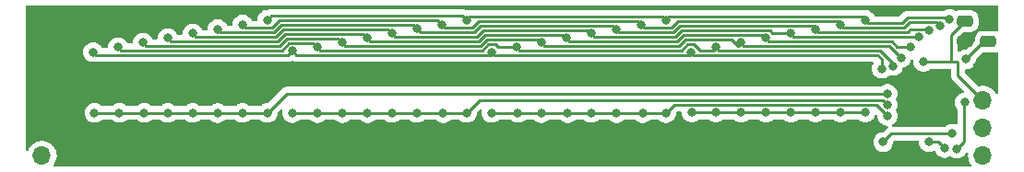
<source format=gbr>
%TF.GenerationSoftware,KiCad,Pcbnew,6.0.9*%
%TF.CreationDate,2023-02-18T01:22:43-08:00*%
%TF.ProjectId,effectpedal,65666665-6374-4706-9564-616c2e6b6963,rev?*%
%TF.SameCoordinates,Original*%
%TF.FileFunction,Copper,L2,Bot*%
%TF.FilePolarity,Positive*%
%FSLAX46Y46*%
G04 Gerber Fmt 4.6, Leading zero omitted, Abs format (unit mm)*
G04 Created by KiCad (PCBNEW 6.0.9) date 2023-02-18 01:22:43*
%MOMM*%
%LPD*%
G01*
G04 APERTURE LIST*
G04 Aperture macros list*
%AMRoundRect*
0 Rectangle with rounded corners*
0 $1 Rounding radius*
0 $2 $3 $4 $5 $6 $7 $8 $9 X,Y pos of 4 corners*
0 Add a 4 corners polygon primitive as box body*
4,1,4,$2,$3,$4,$5,$6,$7,$8,$9,$2,$3,0*
0 Add four circle primitives for the rounded corners*
1,1,$1+$1,$2,$3*
1,1,$1+$1,$4,$5*
1,1,$1+$1,$6,$7*
1,1,$1+$1,$8,$9*
0 Add four rect primitives between the rounded corners*
20,1,$1+$1,$2,$3,$4,$5,0*
20,1,$1+$1,$4,$5,$6,$7,0*
20,1,$1+$1,$6,$7,$8,$9,0*
20,1,$1+$1,$8,$9,$2,$3,0*%
G04 Aperture macros list end*
%TA.AperFunction,ComponentPad*%
%ADD10R,1.700000X1.700000*%
%TD*%
%TA.AperFunction,ComponentPad*%
%ADD11O,1.700000X1.700000*%
%TD*%
%TA.AperFunction,SMDPad,CuDef*%
%ADD12RoundRect,0.250000X-0.475000X0.250000X-0.475000X-0.250000X0.475000X-0.250000X0.475000X0.250000X0*%
%TD*%
%TA.AperFunction,SMDPad,CuDef*%
%ADD13RoundRect,0.250000X0.475000X-0.250000X0.475000X0.250000X-0.475000X0.250000X-0.475000X-0.250000X0*%
%TD*%
%TA.AperFunction,ViaPad*%
%ADD14C,0.800000*%
%TD*%
%TA.AperFunction,Conductor*%
%ADD15C,0.220000*%
%TD*%
%TA.AperFunction,Conductor*%
%ADD16C,0.254000*%
%TD*%
G04 APERTURE END LIST*
D10*
%TO.P,J19,1,Pin_1*%
%TO.N,GND2*%
X62968500Y-173990000D03*
D11*
%TO.P,J19,2,Pin_2*%
X62968500Y-176530000D03*
%TO.P,J19,3,Pin_3*%
X62968500Y-179070000D03*
%TO.P,J19,4,Pin_4*%
%TO.N,/LEDs/LED_RST*%
X62968500Y-181610000D03*
%TD*%
D12*
%TO.P,C17,1*%
%TO.N,/LEDs/LED_3V3*%
X147677500Y-169230000D03*
%TO.P,C17,2*%
%TO.N,GND2*%
X147677500Y-171130000D03*
%TD*%
D10*
%TO.P,J20,1,Pin_1*%
%TO.N,GND2*%
X149328500Y-173990000D03*
D11*
%TO.P,J20,2,Pin_2*%
%TO.N,/LEDs/LED_3V3*%
X149328500Y-176530000D03*
%TO.P,J20,3,Pin_3*%
%TO.N,/LEDs/LED_SDA*%
X149328500Y-179070000D03*
%TO.P,J20,4,Pin_4*%
%TO.N,/LEDs/LED_SCL*%
X149328500Y-181610000D03*
%TD*%
D13*
%TO.P,C18,1*%
%TO.N,Net-(C18-Pad1)*%
X149836500Y-171130000D03*
%TO.P,C18,2*%
%TO.N,GND2*%
X149836500Y-169230000D03*
%TD*%
D14*
%TO.N,/LEDs/LED_3V3*%
X143867500Y-172974000D03*
%TO.N,Net-(C18-Pad1)*%
X147804500Y-172720000D03*
%TO.N,Net-(D17-Pad1)*%
X70080500Y-177673000D03*
X76811500Y-177673000D03*
X72366500Y-177673000D03*
X140565500Y-175911497D03*
X74525500Y-177673000D03*
X81383500Y-177673000D03*
X67794500Y-177673000D03*
X83669500Y-177673000D03*
X79097500Y-177680500D03*
%TO.N,Net-(D17-Pad2)*%
X140057500Y-173609000D03*
X104243500Y-172085000D03*
X122531500Y-172085000D03*
X85955500Y-171958000D03*
X67667500Y-172085000D03*
%TO.N,Net-(D18-Pad2)*%
X141073500Y-173355000D03*
X88241500Y-171629500D03*
X124817500Y-171629500D03*
X69953500Y-171629500D03*
X106529500Y-171629500D03*
%TO.N,Net-(D19-Pad2)*%
X127103500Y-171209500D03*
X72239500Y-171209500D03*
X90527500Y-171209500D03*
X141835500Y-172593000D03*
X108815500Y-171209500D03*
%TO.N,Net-(D20-Pad2)*%
X92813500Y-170789500D03*
X111101500Y-170789500D03*
X129389500Y-170789500D03*
X142724500Y-171577000D03*
X74525500Y-170789500D03*
%TO.N,Net-(D21-Pad2)*%
X131675500Y-170369500D03*
X143486500Y-170688000D03*
X95099500Y-170369500D03*
X113387500Y-170369500D03*
X76811500Y-170369500D03*
%TO.N,Net-(D22-Pad2)*%
X133961500Y-169949500D03*
X97385500Y-169926000D03*
X79097500Y-169949500D03*
X144375500Y-170053000D03*
X115673500Y-169949500D03*
%TO.N,Net-(D23-Pad2)*%
X145391500Y-169672000D03*
X81383500Y-169529500D03*
X136247500Y-169529500D03*
X117959500Y-169529500D03*
X99671500Y-169529500D03*
%TO.N,Net-(D24-Pad2)*%
X146280500Y-169037000D03*
X83653337Y-169109500D03*
X120245500Y-169109500D03*
X138533500Y-169109500D03*
X101930855Y-169109500D03*
%TO.N,Net-(D25-Pad1)*%
X90535000Y-177680500D03*
X88249000Y-177680500D03*
X92843464Y-177680500D03*
X99798500Y-177680500D03*
X101957500Y-177673000D03*
X97385500Y-177673000D03*
X85955500Y-177680500D03*
X140565500Y-176911000D03*
X95099500Y-177673000D03*
%TO.N,Net-(D33-Pad1)*%
X113387500Y-177673000D03*
X115703464Y-177680500D03*
X104243500Y-177673000D03*
X108815500Y-177680500D03*
X118094000Y-177680500D03*
X106656500Y-177673000D03*
X111228500Y-177680500D03*
X140569443Y-177943557D03*
X120245500Y-177680500D03*
%TO.N,Net-(D41-Pad1)*%
X129436000Y-177626500D03*
X138533500Y-177626500D03*
X122599647Y-177626500D03*
X136247500Y-177626500D03*
X131722000Y-177626500D03*
X133961500Y-177626500D03*
X124817500Y-177626500D03*
X127150000Y-177626500D03*
%TO.N,Net-(D57-Pad1)*%
X144375500Y-180340000D03*
X145823739Y-180899239D03*
%TO.N,Net-(D73-Pad1)*%
X146534500Y-179578000D03*
X140184500Y-180340000D03*
%TO.N,/LEDs/LED_RST*%
X147672057Y-176712572D03*
X146915500Y-180975000D03*
%TD*%
D15*
%TO.N,/LEDs/LED_3V3*%
X146407500Y-170500000D02*
X147677500Y-169230000D01*
X147042500Y-172974000D02*
X147042500Y-174244000D01*
X146407500Y-172974000D02*
X146407500Y-170500000D01*
X146407500Y-172974000D02*
X147042500Y-172974000D01*
X143867500Y-172974000D02*
X146407500Y-172974000D01*
X147042500Y-174244000D02*
X149328500Y-176530000D01*
%TO.N,Net-(C18-Pad1)*%
X149394500Y-171130000D02*
X149836500Y-171130000D01*
X147804500Y-172720000D02*
X149394500Y-171130000D01*
%TO.N,Net-(D17-Pad1)*%
X140565500Y-175911497D02*
X140549003Y-175895000D01*
X76811500Y-177673000D02*
X74779500Y-177673000D01*
X74779500Y-177673000D02*
X74525500Y-177673000D01*
X74525500Y-177673000D02*
X72366500Y-177673000D01*
X85447500Y-175895000D02*
X83669500Y-177673000D01*
X79105000Y-177673000D02*
X79097500Y-177680500D01*
X70080500Y-177673000D02*
X67794500Y-177673000D01*
X83669500Y-177673000D02*
X81383500Y-177673000D01*
X79090000Y-177673000D02*
X76811500Y-177673000D01*
X140549003Y-175895000D02*
X85447500Y-175895000D01*
X79351500Y-177673000D02*
X79105000Y-177673000D01*
X81383500Y-177673000D02*
X79351500Y-177673000D01*
X79097500Y-177680500D02*
X79090000Y-177673000D01*
X72366500Y-177673000D02*
X70080500Y-177673000D01*
%TO.N,Net-(D17-Pad2)*%
X122531500Y-172085000D02*
X122277500Y-172339000D01*
X140057500Y-173609000D02*
X140057500Y-172720000D01*
X123674500Y-172339000D02*
X122785500Y-172339000D01*
X122277500Y-172339000D02*
X105259500Y-172339000D01*
X85955500Y-171958000D02*
X85701500Y-172212000D01*
X103989500Y-172339000D02*
X86336500Y-172339000D01*
X105259500Y-172339000D02*
X104497500Y-172339000D01*
X104243500Y-172085000D02*
X103989500Y-172339000D01*
X122785500Y-172339000D02*
X122531500Y-172085000D01*
X139676500Y-172339000D02*
X123674500Y-172339000D01*
X67921500Y-172339000D02*
X67667500Y-172085000D01*
X140057500Y-172720000D02*
X139676500Y-172339000D01*
X85574500Y-172339000D02*
X67921500Y-172339000D01*
X85701500Y-172212000D02*
X85574500Y-172339000D01*
X104497500Y-172339000D02*
X104243500Y-172085000D01*
X86336500Y-172339000D02*
X85955500Y-171958000D01*
%TO.N,Net-(D18-Pad2)*%
X85661408Y-171248000D02*
X84990408Y-171919000D01*
X70243000Y-171919000D02*
X69953500Y-171629500D01*
X87860000Y-171248000D02*
X85661408Y-171248000D01*
X123369592Y-171919000D02*
X122825592Y-171375000D01*
X104804000Y-171629500D02*
X104549500Y-171375000D01*
X88241500Y-171629500D02*
X87860000Y-171248000D01*
X139850470Y-171919000D02*
X125960500Y-171919000D01*
X124528000Y-171919000D02*
X123369592Y-171919000D01*
X106529500Y-171629500D02*
X104804000Y-171629500D01*
X125960500Y-171919000D02*
X125107000Y-171919000D01*
X88531000Y-171919000D02*
X88241500Y-171629500D01*
X106819000Y-171919000D02*
X106529500Y-171629500D01*
X141073500Y-173355000D02*
X141073500Y-173142030D01*
X121693408Y-171919000D02*
X106819000Y-171919000D01*
X122825592Y-171375000D02*
X122237408Y-171375000D01*
X103949408Y-171375000D02*
X103405408Y-171919000D01*
X104549500Y-171375000D02*
X103949408Y-171375000D01*
X124817500Y-171629500D02*
X124528000Y-171919000D01*
X84990408Y-171919000D02*
X70243000Y-171919000D01*
X122237408Y-171375000D02*
X121693408Y-171919000D01*
X103405408Y-171919000D02*
X88531000Y-171919000D01*
X125107000Y-171919000D02*
X124817500Y-171629500D01*
X141073500Y-173142030D02*
X139850470Y-171919000D01*
%TO.N,Net-(D19-Pad2)*%
X127738500Y-171499000D02*
X127393000Y-171499000D01*
X103810938Y-170919500D02*
X103231438Y-171499000D01*
X72529000Y-171499000D02*
X72239500Y-171209500D01*
X90527500Y-171209500D02*
X90146000Y-170828000D01*
X109105000Y-171499000D02*
X108815500Y-171209500D01*
X85487438Y-170828000D02*
X84816438Y-171499000D01*
X122046000Y-170919500D02*
X121466500Y-171499000D01*
X140741500Y-171499000D02*
X127738500Y-171499000D01*
X103231438Y-171499000D02*
X90817000Y-171499000D01*
X127103500Y-171209500D02*
X126814000Y-171499000D01*
X90146000Y-170828000D02*
X85487438Y-170828000D01*
X84816438Y-171499000D02*
X72529000Y-171499000D01*
X141835500Y-172593000D02*
X140741500Y-171499000D01*
X127393000Y-171499000D02*
X127103500Y-171209500D01*
X126814000Y-171499000D02*
X126234500Y-170919500D01*
X90817000Y-171499000D02*
X90527500Y-171209500D01*
X108525500Y-170919500D02*
X103810938Y-170919500D01*
X121466500Y-171499000D02*
X109105000Y-171499000D01*
X126234500Y-170919500D02*
X122046000Y-170919500D01*
X108815500Y-171209500D02*
X108525500Y-170919500D01*
%TO.N,Net-(D20-Pad2)*%
X140956500Y-171079000D02*
X130278500Y-171079000D01*
X111391000Y-171079000D02*
X111101500Y-170789500D01*
X129679000Y-171079000D02*
X129389500Y-170789500D01*
X103636968Y-170499500D02*
X103057468Y-171079000D01*
X142724500Y-171577000D02*
X141454500Y-171577000D01*
X129389500Y-170789500D02*
X129099500Y-170499500D01*
X92813500Y-170789500D02*
X92432000Y-170408000D01*
X84642468Y-171079000D02*
X74815000Y-171079000D01*
X129099500Y-170499500D02*
X121831000Y-170499500D01*
X85313468Y-170408000D02*
X84642468Y-171079000D01*
X121831000Y-170499500D02*
X121251500Y-171079000D01*
X93103000Y-171079000D02*
X92813500Y-170789500D01*
X111101500Y-170789500D02*
X110811500Y-170499500D01*
X92432000Y-170408000D02*
X85313468Y-170408000D01*
X74815000Y-171079000D02*
X74525500Y-170789500D01*
X141454500Y-171577000D02*
X140956500Y-171079000D01*
X130278500Y-171079000D02*
X129679000Y-171079000D01*
X103057468Y-171079000D02*
X93103000Y-171079000D01*
X110811500Y-170499500D02*
X103636968Y-170499500D01*
X121251500Y-171079000D02*
X111391000Y-171079000D01*
%TO.N,Net-(D21-Pad2)*%
X129797000Y-170079500D02*
X121657030Y-170079500D01*
X84460500Y-170659000D02*
X77101000Y-170659000D01*
X130024500Y-170307000D02*
X129797000Y-170079500D01*
X121657030Y-170079500D02*
X121077530Y-170659000D01*
X77101000Y-170659000D02*
X76811500Y-170369500D01*
X94718000Y-169988000D02*
X85131500Y-169988000D01*
X113387500Y-170369500D02*
X113071000Y-170053000D01*
X103489498Y-170053000D02*
X102883498Y-170659000D01*
X95389000Y-170659000D02*
X95099500Y-170369500D01*
X131675500Y-170369500D02*
X131613000Y-170307000D01*
X121077530Y-170659000D02*
X113677000Y-170659000D01*
X85131500Y-169988000D02*
X84460500Y-170659000D01*
X102883498Y-170659000D02*
X95389000Y-170659000D01*
X113677000Y-170659000D02*
X113387500Y-170369500D01*
X113071000Y-170053000D02*
X103489498Y-170053000D01*
X143457500Y-170659000D02*
X133072500Y-170659000D01*
X131613000Y-170307000D02*
X130024500Y-170307000D01*
X133072500Y-170659000D02*
X131965000Y-170659000D01*
X95099500Y-170369500D02*
X94718000Y-169988000D01*
X131965000Y-170659000D02*
X131675500Y-170369500D01*
X143486500Y-170688000D02*
X143457500Y-170659000D01*
%TO.N,Net-(D22-Pad2)*%
X142604500Y-170046000D02*
X142411500Y-170239000D01*
X79387000Y-170239000D02*
X79097500Y-169949500D01*
X142604500Y-169978000D02*
X142604500Y-170046000D01*
X97698500Y-170239000D02*
X97385500Y-169926000D01*
X84325015Y-170200515D02*
X84286530Y-170239000D01*
X134251000Y-170239000D02*
X133961500Y-169949500D01*
X103266500Y-169633000D02*
X102660500Y-170239000D01*
X115673500Y-169949500D02*
X115357000Y-169633000D01*
X102660500Y-170239000D02*
X97698500Y-170239000D01*
X115963000Y-170239000D02*
X115673500Y-169949500D01*
X97385500Y-169926000D02*
X97027500Y-169568000D01*
X97027500Y-169568000D02*
X84957530Y-169568000D01*
X84286530Y-170239000D02*
X79387000Y-170239000D01*
X142411500Y-170239000D02*
X134251000Y-170239000D01*
X120903560Y-170239000D02*
X115963000Y-170239000D01*
X144300500Y-169978000D02*
X142604500Y-169978000D01*
X115357000Y-169633000D02*
X103266500Y-169633000D01*
X144375500Y-170053000D02*
X144300500Y-169978000D01*
X133961500Y-169949500D02*
X133671500Y-169659500D01*
X121483060Y-169659500D02*
X120903560Y-170239000D01*
X84957530Y-169568000D02*
X84325015Y-170200515D01*
X133671500Y-169659500D02*
X121483060Y-169659500D01*
%TO.N,Net-(D23-Pad2)*%
X117643000Y-169213000D02*
X103092530Y-169213000D01*
X84783560Y-169148000D02*
X84155030Y-169776530D01*
X117959500Y-169529500D02*
X117643000Y-169213000D01*
X136537000Y-169819000D02*
X136247500Y-169529500D01*
X84155030Y-169776530D02*
X84112560Y-169819000D01*
X103092530Y-169213000D02*
X102486530Y-169819000D01*
X142089500Y-169819000D02*
X136537000Y-169819000D01*
X81673000Y-169819000D02*
X81383500Y-169529500D01*
X99961000Y-169819000D02*
X99671500Y-169529500D01*
X145391500Y-169672000D02*
X145062500Y-169343000D01*
X99290000Y-169148000D02*
X84783560Y-169148000D01*
X136247500Y-169529500D02*
X135957500Y-169239500D01*
X120729590Y-169819000D02*
X118249000Y-169819000D01*
X99671500Y-169529500D02*
X99290000Y-169148000D01*
X118249000Y-169819000D02*
X117959500Y-169529500D01*
X84112560Y-169819000D02*
X81673000Y-169819000D01*
X135957500Y-169239500D02*
X121309090Y-169239500D01*
X142565500Y-169343000D02*
X142089500Y-169819000D01*
X121309090Y-169239500D02*
X120729590Y-169819000D01*
X145062500Y-169343000D02*
X142565500Y-169343000D01*
X102486530Y-169819000D02*
X99961000Y-169819000D01*
%TO.N,Net-(D24-Pad2)*%
X119929000Y-168793000D02*
X102918560Y-168793000D01*
X102247355Y-168793000D02*
X101930855Y-169109500D01*
X138533500Y-169109500D02*
X138243500Y-168819500D01*
X141915530Y-169399000D02*
X138823000Y-169399000D01*
X138823000Y-169399000D02*
X138533500Y-169109500D01*
X146280500Y-169037000D02*
X146166500Y-168923000D01*
X138243500Y-168819500D02*
X120535500Y-168819500D01*
X84034837Y-168728000D02*
X83653337Y-169109500D01*
X120245500Y-169109500D02*
X119929000Y-168793000D01*
X120535500Y-168819500D02*
X120245500Y-169109500D01*
X142391530Y-168923000D02*
X141915530Y-169399000D01*
X101549355Y-168728000D02*
X84034837Y-168728000D01*
X101930855Y-169109500D02*
X101549355Y-168728000D01*
X102918560Y-168793000D02*
X102247355Y-168793000D01*
X146166500Y-168923000D02*
X142391530Y-168923000D01*
%TO.N,Net-(D25-Pad1)*%
X97520000Y-177680500D02*
X97393000Y-177680500D01*
X97385500Y-177673000D02*
X95099500Y-177673000D01*
X86090000Y-177680500D02*
X85955500Y-177680500D01*
X101957500Y-177673000D02*
X99925500Y-177673000D01*
X92933000Y-177680500D02*
X92843464Y-177680500D01*
X88249000Y-177680500D02*
X86090000Y-177680500D01*
X99798500Y-177680500D02*
X97520000Y-177680500D01*
X140565500Y-176911000D02*
X140151000Y-176496500D01*
X97393000Y-177680500D02*
X97385500Y-177673000D01*
X90535000Y-177680500D02*
X88249000Y-177680500D01*
X99918000Y-177680500D02*
X99798500Y-177680500D01*
X140151000Y-176496500D02*
X103261000Y-176496500D01*
X95099500Y-177673000D02*
X92940500Y-177673000D01*
X103261000Y-176496500D02*
X103134000Y-176496500D01*
X92843464Y-177680500D02*
X90535000Y-177680500D01*
X99925500Y-177673000D02*
X99918000Y-177680500D01*
X103134000Y-176496500D02*
X101957500Y-177673000D01*
X92940500Y-177673000D02*
X92933000Y-177680500D01*
%TO.N,Net-(D33-Pad1)*%
X106664000Y-177680500D02*
X106656500Y-177673000D01*
X106791000Y-177680500D02*
X106664000Y-177680500D01*
X108950000Y-177680500D02*
X108815500Y-177680500D01*
X120245500Y-177680500D02*
X118094000Y-177680500D01*
X104370500Y-177673000D02*
X104243500Y-177673000D01*
X111348000Y-177680500D02*
X111228500Y-177680500D01*
X121009500Y-176916500D02*
X120245500Y-177680500D01*
X121510000Y-176916500D02*
X121009500Y-176916500D01*
X113387500Y-177673000D02*
X111355500Y-177673000D01*
X113395000Y-177680500D02*
X113387500Y-177673000D01*
X108815500Y-177680500D02*
X106791000Y-177680500D01*
X115703464Y-177680500D02*
X113507000Y-177680500D01*
X111355500Y-177673000D02*
X111348000Y-177680500D01*
X139542386Y-176916500D02*
X121510000Y-176916500D01*
X118094000Y-177680500D02*
X115808000Y-177680500D01*
X115808000Y-177680500D02*
X115703464Y-177680500D01*
X106656500Y-177673000D02*
X104370500Y-177673000D01*
X140569443Y-177943557D02*
X139542386Y-176916500D01*
X113507000Y-177680500D02*
X113395000Y-177680500D01*
X111228500Y-177680500D02*
X108950000Y-177680500D01*
D16*
%TO.N,Net-(D41-Pad1)*%
X127150000Y-177626500D02*
X124991000Y-177626500D01*
X134135000Y-177626500D02*
X133961500Y-177626500D01*
X131722000Y-177626500D02*
X129436000Y-177626500D01*
X124991000Y-177626500D02*
X124817500Y-177626500D01*
X124817500Y-177626500D02*
X122705000Y-177626500D01*
X136548000Y-177626500D02*
X136247500Y-177626500D01*
X133961500Y-177626500D02*
X131722000Y-177626500D01*
X136247500Y-177626500D02*
X134135000Y-177626500D01*
X122705000Y-177626500D02*
X122599647Y-177626500D01*
X129436000Y-177626500D02*
X127150000Y-177626500D01*
X138533500Y-177626500D02*
X136548000Y-177626500D01*
D15*
%TO.N,Net-(D57-Pad1)*%
X144375500Y-180340000D02*
X145264500Y-180340000D01*
X145264500Y-180340000D02*
X145823739Y-180899239D01*
%TO.N,Net-(D73-Pad1)*%
X146534500Y-179578000D02*
X141200500Y-179578000D01*
X141200500Y-179578000D02*
X140946500Y-179578000D01*
X140946500Y-179578000D02*
X140184500Y-180340000D01*
%TO.N,/LEDs/LED_RST*%
X147602500Y-176782129D02*
X147602500Y-180288000D01*
X147672057Y-176712572D02*
X147602500Y-176782129D01*
X147602500Y-180288000D02*
X146915500Y-180975000D01*
%TD*%
%TA.AperFunction,Conductor*%
%TO.N,GND2*%
G36*
X150690621Y-167787502D02*
G01*
X150737114Y-167841158D01*
X150748500Y-167893500D01*
X150748500Y-170051242D01*
X150728498Y-170119363D01*
X150674842Y-170165856D01*
X150604568Y-170175960D01*
X150582835Y-170170835D01*
X150466361Y-170132203D01*
X150459525Y-170131503D01*
X150459522Y-170131502D01*
X150416469Y-170127091D01*
X150361900Y-170121500D01*
X149311100Y-170121500D01*
X149307854Y-170121837D01*
X149307850Y-170121837D01*
X149212192Y-170131762D01*
X149212188Y-170131763D01*
X149205334Y-170132474D01*
X149198798Y-170134655D01*
X149198796Y-170134655D01*
X149105276Y-170165856D01*
X149037554Y-170188450D01*
X148887152Y-170281522D01*
X148762195Y-170406697D01*
X148758355Y-170412927D01*
X148758354Y-170412928D01*
X148682772Y-170535545D01*
X148669385Y-170557262D01*
X148613703Y-170725139D01*
X148613003Y-170731975D01*
X148613002Y-170731978D01*
X148610521Y-170756191D01*
X148603000Y-170829600D01*
X148603000Y-170994619D01*
X148582998Y-171062740D01*
X148566095Y-171083714D01*
X147875214Y-171774595D01*
X147812902Y-171808621D01*
X147786119Y-171811500D01*
X147709013Y-171811500D01*
X147702561Y-171812872D01*
X147702556Y-171812872D01*
X147615613Y-171831353D01*
X147522212Y-171851206D01*
X147516182Y-171853891D01*
X147516181Y-171853891D01*
X147353778Y-171926197D01*
X147353776Y-171926198D01*
X147347748Y-171928882D01*
X147342407Y-171932762D01*
X147342406Y-171932763D01*
X147226061Y-172017293D01*
X147159193Y-172041151D01*
X147090042Y-172025071D01*
X147040562Y-171974157D01*
X147026000Y-171915357D01*
X147026000Y-170808381D01*
X147046002Y-170740260D01*
X147062905Y-170719286D01*
X147506786Y-170275405D01*
X147569098Y-170241379D01*
X147595881Y-170238500D01*
X148202900Y-170238500D01*
X148206146Y-170238163D01*
X148206150Y-170238163D01*
X148301808Y-170228238D01*
X148301812Y-170228237D01*
X148308666Y-170227526D01*
X148315202Y-170225345D01*
X148315204Y-170225345D01*
X148469498Y-170173868D01*
X148476446Y-170171550D01*
X148626848Y-170078478D01*
X148751805Y-169953303D01*
X148795528Y-169882372D01*
X148840775Y-169808968D01*
X148840776Y-169808966D01*
X148844615Y-169802738D01*
X148900297Y-169634861D01*
X148901769Y-169620500D01*
X148910672Y-169533598D01*
X148911000Y-169530400D01*
X148911000Y-168929600D01*
X148910663Y-168926350D01*
X148900738Y-168830692D01*
X148900737Y-168830688D01*
X148900026Y-168823834D01*
X148878896Y-168760498D01*
X148846368Y-168663002D01*
X148844050Y-168656054D01*
X148750978Y-168505652D01*
X148625803Y-168380695D01*
X148619572Y-168376854D01*
X148481468Y-168291725D01*
X148481466Y-168291724D01*
X148475238Y-168287885D01*
X148360303Y-168249763D01*
X148313889Y-168234368D01*
X148313887Y-168234368D01*
X148307361Y-168232203D01*
X148300525Y-168231503D01*
X148300522Y-168231502D01*
X148257469Y-168227091D01*
X148202900Y-168221500D01*
X147152100Y-168221500D01*
X147148854Y-168221837D01*
X147148850Y-168221837D01*
X147053192Y-168231762D01*
X147053188Y-168231763D01*
X147046334Y-168232474D01*
X147039792Y-168234657D01*
X147039790Y-168234657D01*
X146883364Y-168286845D01*
X146812414Y-168289430D01*
X146769426Y-168269258D01*
X146742594Y-168249763D01*
X146742593Y-168249762D01*
X146737252Y-168245882D01*
X146731224Y-168243198D01*
X146731222Y-168243197D01*
X146568819Y-168170891D01*
X146568818Y-168170891D01*
X146562788Y-168168206D01*
X146469387Y-168148353D01*
X146382444Y-168129872D01*
X146382439Y-168129872D01*
X146375987Y-168128500D01*
X146185013Y-168128500D01*
X146178561Y-168129872D01*
X146178556Y-168129872D01*
X146091613Y-168148353D01*
X145998212Y-168168206D01*
X145992182Y-168170891D01*
X145992181Y-168170891D01*
X145829778Y-168243197D01*
X145829776Y-168243198D01*
X145823748Y-168245882D01*
X145818408Y-168249762D01*
X145818406Y-168249763D01*
X145776189Y-168280436D01*
X145709322Y-168304294D01*
X145702128Y-168304500D01*
X142468314Y-168304500D01*
X142457537Y-168303991D01*
X142450199Y-168302351D01*
X142388365Y-168304294D01*
X142383782Y-168304438D01*
X142379825Y-168304500D01*
X142352616Y-168304500D01*
X142348681Y-168304997D01*
X142348254Y-168305024D01*
X142337019Y-168305907D01*
X142301927Y-168307010D01*
X142301926Y-168307010D01*
X142294007Y-168307259D01*
X142286400Y-168309469D01*
X142286393Y-168309470D01*
X142275230Y-168312713D01*
X142255876Y-168316721D01*
X142244360Y-168318176D01*
X142236493Y-168319170D01*
X142229123Y-168322088D01*
X142229115Y-168322090D01*
X142196490Y-168335007D01*
X142185261Y-168338852D01*
X142143942Y-168350856D01*
X142127119Y-168360805D01*
X142109368Y-168369501D01*
X142098570Y-168373776D01*
X142098565Y-168373779D01*
X142091197Y-168376696D01*
X142084786Y-168381354D01*
X142084784Y-168381355D01*
X142056386Y-168401988D01*
X142046471Y-168408501D01*
X142009434Y-168430404D01*
X141995618Y-168444220D01*
X141980585Y-168457060D01*
X141964772Y-168468549D01*
X141937339Y-168501710D01*
X141929358Y-168510480D01*
X141696244Y-168743595D01*
X141633931Y-168777620D01*
X141607148Y-168780500D01*
X139465343Y-168780500D01*
X139397222Y-168760498D01*
X139356224Y-168717500D01*
X139275841Y-168578274D01*
X139272540Y-168572556D01*
X139212300Y-168505652D01*
X139149175Y-168435545D01*
X139149174Y-168435544D01*
X139144753Y-168430634D01*
X139040504Y-168354892D01*
X138995594Y-168322263D01*
X138995593Y-168322262D01*
X138990252Y-168318382D01*
X138984224Y-168315698D01*
X138984222Y-168315697D01*
X138821819Y-168243391D01*
X138821818Y-168243391D01*
X138815788Y-168240706D01*
X138722388Y-168220853D01*
X138635444Y-168202372D01*
X138635439Y-168202372D01*
X138628987Y-168201000D01*
X138438013Y-168201000D01*
X138403250Y-168208389D01*
X138345720Y-168207183D01*
X138329320Y-168202972D01*
X138329311Y-168202971D01*
X138321635Y-168201000D01*
X138302100Y-168201000D01*
X138282389Y-168199449D01*
X138270911Y-168197631D01*
X138263082Y-168196391D01*
X138249965Y-168197631D01*
X138220239Y-168200441D01*
X138208381Y-168201000D01*
X120612284Y-168201000D01*
X120601507Y-168200491D01*
X120594169Y-168198851D01*
X120531730Y-168200813D01*
X120527752Y-168200938D01*
X120523795Y-168201000D01*
X120496586Y-168201000D01*
X120492651Y-168201497D01*
X120492224Y-168201524D01*
X120480989Y-168202407D01*
X120448512Y-168203428D01*
X120437977Y-168203759D01*
X120430362Y-168205971D01*
X120422535Y-168207211D01*
X120422285Y-168205629D01*
X120371527Y-168207491D01*
X120352618Y-168203472D01*
X120340987Y-168201000D01*
X120150013Y-168201000D01*
X120150013Y-168200529D01*
X120108722Y-168196844D01*
X120102928Y-168194337D01*
X120095106Y-168193098D01*
X120095102Y-168193097D01*
X120060430Y-168187606D01*
X120048805Y-168185199D01*
X120014812Y-168176471D01*
X120014811Y-168176471D01*
X120007135Y-168174500D01*
X119987600Y-168174500D01*
X119967889Y-168172949D01*
X119956411Y-168171131D01*
X119948582Y-168169891D01*
X119938004Y-168170891D01*
X119905739Y-168173941D01*
X119893881Y-168174500D01*
X102324139Y-168174500D01*
X102313362Y-168173991D01*
X102306024Y-168172351D01*
X102243617Y-168174312D01*
X102239607Y-168174438D01*
X102235650Y-168174500D01*
X102208441Y-168174500D01*
X102204506Y-168174997D01*
X102204079Y-168175024D01*
X102192844Y-168175907D01*
X102157752Y-168177010D01*
X102157751Y-168177010D01*
X102149832Y-168177259D01*
X102142225Y-168179469D01*
X102142218Y-168179470D01*
X102131055Y-168182713D01*
X102111701Y-168186721D01*
X102100182Y-168188176D01*
X102100179Y-168188177D01*
X102092318Y-168189170D01*
X102082257Y-168193153D01*
X102079132Y-168193581D01*
X102077272Y-168194059D01*
X102077217Y-168193844D01*
X102026342Y-168200813D01*
X102026342Y-168201000D01*
X101914979Y-168201000D01*
X101864937Y-168190637D01*
X101828858Y-168175024D01*
X101827212Y-168174311D01*
X101816554Y-168169090D01*
X101812451Y-168166834D01*
X101809551Y-168165240D01*
X101785792Y-168152178D01*
X101785789Y-168152177D01*
X101778850Y-168148362D01*
X101759914Y-168143500D01*
X101741215Y-168137097D01*
X101723283Y-168129337D01*
X101715461Y-168128098D01*
X101715457Y-168128097D01*
X101680785Y-168122606D01*
X101669160Y-168120199D01*
X101635167Y-168111471D01*
X101635166Y-168111471D01*
X101627490Y-168109500D01*
X101607955Y-168109500D01*
X101588244Y-168107949D01*
X101576766Y-168106131D01*
X101568937Y-168104891D01*
X101540269Y-168107601D01*
X101526094Y-168108941D01*
X101514236Y-168109500D01*
X84111617Y-168109500D01*
X84100842Y-168108992D01*
X84093505Y-168107352D01*
X84042937Y-168108941D01*
X84027120Y-168109438D01*
X84023163Y-168109500D01*
X83995923Y-168109500D01*
X83992009Y-168109994D01*
X83991568Y-168110022D01*
X83980322Y-168110908D01*
X83937313Y-168112260D01*
X83929696Y-168114473D01*
X83918554Y-168117710D01*
X83899190Y-168121721D01*
X83879800Y-168124170D01*
X83872429Y-168127088D01*
X83872426Y-168127089D01*
X83839794Y-168140008D01*
X83828565Y-168143853D01*
X83794860Y-168153645D01*
X83794857Y-168153646D01*
X83787248Y-168155857D01*
X83770422Y-168165808D01*
X83752671Y-168174503D01*
X83741873Y-168178778D01*
X83741870Y-168178780D01*
X83734504Y-168181696D01*
X83729158Y-168185580D01*
X83669101Y-168201000D01*
X83557850Y-168201000D01*
X83551398Y-168202372D01*
X83551393Y-168202372D01*
X83464449Y-168220853D01*
X83371049Y-168240706D01*
X83365019Y-168243391D01*
X83365018Y-168243391D01*
X83202615Y-168315697D01*
X83202613Y-168315698D01*
X83196585Y-168318382D01*
X83191244Y-168322262D01*
X83191243Y-168322263D01*
X83146333Y-168354892D01*
X83042084Y-168430634D01*
X83037663Y-168435544D01*
X83037662Y-168435545D01*
X82974538Y-168505652D01*
X82914297Y-168572556D01*
X82818810Y-168737944D01*
X82759795Y-168919572D01*
X82759105Y-168926133D01*
X82759105Y-168926135D01*
X82742127Y-169087671D01*
X82715114Y-169153327D01*
X82656892Y-169193957D01*
X82616817Y-169200500D01*
X82315343Y-169200500D01*
X82247222Y-169180498D01*
X82206224Y-169137500D01*
X82125841Y-168998274D01*
X82122540Y-168992556D01*
X81994753Y-168850634D01*
X81840252Y-168738382D01*
X81834224Y-168735698D01*
X81834222Y-168735697D01*
X81671819Y-168663391D01*
X81671818Y-168663391D01*
X81665788Y-168660706D01*
X81572387Y-168640853D01*
X81485444Y-168622372D01*
X81485439Y-168622372D01*
X81478987Y-168621000D01*
X81288013Y-168621000D01*
X81281561Y-168622372D01*
X81281556Y-168622372D01*
X81194613Y-168640853D01*
X81101212Y-168660706D01*
X81095182Y-168663391D01*
X81095181Y-168663391D01*
X80932778Y-168735697D01*
X80932776Y-168735698D01*
X80926748Y-168738382D01*
X80772247Y-168850634D01*
X80644460Y-168992556D01*
X80548973Y-169157944D01*
X80489958Y-169339572D01*
X80489268Y-169346133D01*
X80489268Y-169346135D01*
X80472290Y-169507671D01*
X80445277Y-169573327D01*
X80387055Y-169613957D01*
X80346980Y-169620500D01*
X80029343Y-169620500D01*
X79961222Y-169600498D01*
X79920224Y-169557500D01*
X79839841Y-169418274D01*
X79836540Y-169412556D01*
X79708753Y-169270634D01*
X79554252Y-169158382D01*
X79548224Y-169155698D01*
X79548222Y-169155697D01*
X79385819Y-169083391D01*
X79385818Y-169083391D01*
X79379788Y-169080706D01*
X79286387Y-169060853D01*
X79199444Y-169042372D01*
X79199439Y-169042372D01*
X79192987Y-169041000D01*
X79002013Y-169041000D01*
X78995561Y-169042372D01*
X78995556Y-169042372D01*
X78908613Y-169060853D01*
X78815212Y-169080706D01*
X78809182Y-169083391D01*
X78809181Y-169083391D01*
X78646778Y-169155697D01*
X78646776Y-169155698D01*
X78640748Y-169158382D01*
X78486247Y-169270634D01*
X78358460Y-169412556D01*
X78262973Y-169577944D01*
X78203958Y-169759572D01*
X78203268Y-169766133D01*
X78203268Y-169766135D01*
X78186290Y-169927671D01*
X78159277Y-169993327D01*
X78101055Y-170033957D01*
X78060980Y-170040500D01*
X77743343Y-170040500D01*
X77675222Y-170020498D01*
X77634224Y-169977500D01*
X77553841Y-169838274D01*
X77550540Y-169832556D01*
X77422753Y-169690634D01*
X77268252Y-169578382D01*
X77262224Y-169575698D01*
X77262222Y-169575697D01*
X77099819Y-169503391D01*
X77099818Y-169503391D01*
X77093788Y-169500706D01*
X77000388Y-169480853D01*
X76913444Y-169462372D01*
X76913439Y-169462372D01*
X76906987Y-169461000D01*
X76716013Y-169461000D01*
X76709561Y-169462372D01*
X76709556Y-169462372D01*
X76622612Y-169480853D01*
X76529212Y-169500706D01*
X76523182Y-169503391D01*
X76523181Y-169503391D01*
X76360778Y-169575697D01*
X76360776Y-169575698D01*
X76354748Y-169578382D01*
X76200247Y-169690634D01*
X76072460Y-169832556D01*
X76020016Y-169923391D01*
X76002747Y-169953303D01*
X75976973Y-169997944D01*
X75917958Y-170179572D01*
X75917269Y-170186132D01*
X75917268Y-170186135D01*
X75900290Y-170347671D01*
X75873277Y-170413327D01*
X75815055Y-170453957D01*
X75774980Y-170460500D01*
X75457343Y-170460500D01*
X75389222Y-170440498D01*
X75348224Y-170397500D01*
X75284255Y-170286704D01*
X75264540Y-170252556D01*
X75251581Y-170238163D01*
X75141175Y-170115545D01*
X75141174Y-170115544D01*
X75136753Y-170110634D01*
X74982252Y-169998382D01*
X74976224Y-169995698D01*
X74976222Y-169995697D01*
X74813819Y-169923391D01*
X74813818Y-169923391D01*
X74807788Y-169920706D01*
X74714388Y-169900853D01*
X74627444Y-169882372D01*
X74627439Y-169882372D01*
X74620987Y-169881000D01*
X74430013Y-169881000D01*
X74423561Y-169882372D01*
X74423556Y-169882372D01*
X74336612Y-169900853D01*
X74243212Y-169920706D01*
X74237182Y-169923391D01*
X74237181Y-169923391D01*
X74074778Y-169995697D01*
X74074776Y-169995698D01*
X74068748Y-169998382D01*
X73914247Y-170110634D01*
X73909826Y-170115544D01*
X73909825Y-170115545D01*
X73799420Y-170238163D01*
X73786460Y-170252556D01*
X73690973Y-170417944D01*
X73631958Y-170599572D01*
X73631268Y-170606133D01*
X73631268Y-170606135D01*
X73614290Y-170767671D01*
X73587277Y-170833327D01*
X73529055Y-170873957D01*
X73488980Y-170880500D01*
X73171343Y-170880500D01*
X73103222Y-170860498D01*
X73062224Y-170817500D01*
X72981841Y-170678274D01*
X72978540Y-170672556D01*
X72895653Y-170580500D01*
X72855175Y-170535545D01*
X72855174Y-170535544D01*
X72850753Y-170530634D01*
X72696252Y-170418382D01*
X72690224Y-170415698D01*
X72690222Y-170415697D01*
X72527819Y-170343391D01*
X72527818Y-170343391D01*
X72521788Y-170340706D01*
X72428388Y-170320853D01*
X72341444Y-170302372D01*
X72341439Y-170302372D01*
X72334987Y-170301000D01*
X72144013Y-170301000D01*
X72137561Y-170302372D01*
X72137556Y-170302372D01*
X72050612Y-170320853D01*
X71957212Y-170340706D01*
X71951182Y-170343391D01*
X71951181Y-170343391D01*
X71788778Y-170415697D01*
X71788776Y-170415698D01*
X71782748Y-170418382D01*
X71628247Y-170530634D01*
X71623826Y-170535544D01*
X71623825Y-170535545D01*
X71583348Y-170580500D01*
X71500460Y-170672556D01*
X71404973Y-170837944D01*
X71345958Y-171019572D01*
X71345268Y-171026133D01*
X71345268Y-171026135D01*
X71328290Y-171187671D01*
X71301277Y-171253327D01*
X71243055Y-171293957D01*
X71202980Y-171300500D01*
X70885343Y-171300500D01*
X70817222Y-171280498D01*
X70776224Y-171237500D01*
X70695841Y-171098274D01*
X70692540Y-171092556D01*
X70573302Y-170960128D01*
X70569175Y-170955545D01*
X70569174Y-170955544D01*
X70564753Y-170950634D01*
X70440692Y-170860498D01*
X70415594Y-170842263D01*
X70415593Y-170842262D01*
X70410252Y-170838382D01*
X70404224Y-170835698D01*
X70404222Y-170835697D01*
X70241819Y-170763391D01*
X70241818Y-170763391D01*
X70235788Y-170760706D01*
X70139598Y-170740260D01*
X70055444Y-170722372D01*
X70055439Y-170722372D01*
X70048987Y-170721000D01*
X69858013Y-170721000D01*
X69851561Y-170722372D01*
X69851556Y-170722372D01*
X69767402Y-170740260D01*
X69671212Y-170760706D01*
X69665182Y-170763391D01*
X69665181Y-170763391D01*
X69502778Y-170835697D01*
X69502776Y-170835698D01*
X69496748Y-170838382D01*
X69491407Y-170842262D01*
X69491406Y-170842263D01*
X69466308Y-170860498D01*
X69342247Y-170950634D01*
X69337826Y-170955544D01*
X69337825Y-170955545D01*
X69333699Y-170960128D01*
X69214460Y-171092556D01*
X69211159Y-171098274D01*
X69138026Y-171224944D01*
X69118973Y-171257944D01*
X69059958Y-171439572D01*
X69059268Y-171446133D01*
X69059268Y-171446135D01*
X69042290Y-171607671D01*
X69015277Y-171673327D01*
X68957055Y-171713957D01*
X68916980Y-171720500D01*
X68578847Y-171720500D01*
X68510726Y-171700498D01*
X68469728Y-171657500D01*
X68409842Y-171553774D01*
X68409839Y-171553769D01*
X68406540Y-171548056D01*
X68278753Y-171406134D01*
X68124252Y-171293882D01*
X68118224Y-171291198D01*
X68118222Y-171291197D01*
X67955819Y-171218891D01*
X67955818Y-171218891D01*
X67949788Y-171216206D01*
X67856387Y-171196353D01*
X67769444Y-171177872D01*
X67769439Y-171177872D01*
X67762987Y-171176500D01*
X67572013Y-171176500D01*
X67565561Y-171177872D01*
X67565556Y-171177872D01*
X67478613Y-171196353D01*
X67385212Y-171216206D01*
X67379182Y-171218891D01*
X67379181Y-171218891D01*
X67216778Y-171291197D01*
X67216776Y-171291198D01*
X67210748Y-171293882D01*
X67056247Y-171406134D01*
X66928460Y-171548056D01*
X66832973Y-171713444D01*
X66773958Y-171895072D01*
X66773268Y-171901633D01*
X66773268Y-171901635D01*
X66755901Y-172066872D01*
X66753996Y-172085000D01*
X66754686Y-172091565D01*
X66764692Y-172186763D01*
X66773958Y-172274928D01*
X66832973Y-172456556D01*
X66928460Y-172621944D01*
X66932878Y-172626851D01*
X66932879Y-172626852D01*
X67043511Y-172749721D01*
X67056247Y-172763866D01*
X67084058Y-172784072D01*
X67189160Y-172860433D01*
X67210748Y-172876118D01*
X67216776Y-172878802D01*
X67216778Y-172878803D01*
X67369505Y-172946801D01*
X67385212Y-172953794D01*
X67478613Y-172973647D01*
X67565556Y-172992128D01*
X67565561Y-172992128D01*
X67572013Y-172993500D01*
X67762987Y-172993500D01*
X67769439Y-172992128D01*
X67769444Y-172992128D01*
X67866112Y-172971580D01*
X67910578Y-172962128D01*
X67924915Y-172959935D01*
X67944763Y-172958059D01*
X67956619Y-172957500D01*
X85497716Y-172957500D01*
X85508493Y-172958009D01*
X85515831Y-172959649D01*
X85582248Y-172957562D01*
X85586205Y-172957500D01*
X85613414Y-172957500D01*
X85617349Y-172957003D01*
X85617776Y-172956976D01*
X85629011Y-172956093D01*
X85661488Y-172955072D01*
X85672023Y-172954741D01*
X85680855Y-172952175D01*
X85690794Y-172949288D01*
X85710153Y-172945279D01*
X85717157Y-172944394D01*
X85729537Y-172942830D01*
X85736899Y-172939915D01*
X85736908Y-172939913D01*
X85769543Y-172926992D01*
X85780767Y-172923148D01*
X85822088Y-172911143D01*
X85838907Y-172901197D01*
X85856657Y-172892501D01*
X85867460Y-172888224D01*
X85867465Y-172888221D01*
X85874833Y-172885304D01*
X85879612Y-172881832D01*
X85939327Y-172866500D01*
X85972032Y-172866500D01*
X86022074Y-172876864D01*
X86058642Y-172892689D01*
X86069301Y-172897910D01*
X86100063Y-172914822D01*
X86100066Y-172914823D01*
X86107005Y-172918638D01*
X86125941Y-172923500D01*
X86144638Y-172929902D01*
X86162572Y-172937663D01*
X86170394Y-172938902D01*
X86170398Y-172938903D01*
X86205070Y-172944394D01*
X86216695Y-172946801D01*
X86249275Y-172955166D01*
X86258365Y-172957500D01*
X86277900Y-172957500D01*
X86297610Y-172959051D01*
X86316918Y-172962109D01*
X86358449Y-172958183D01*
X86359761Y-172958059D01*
X86371619Y-172957500D01*
X103912716Y-172957500D01*
X103923488Y-172958008D01*
X103930831Y-172959649D01*
X103938757Y-172959400D01*
X103938758Y-172959400D01*
X103966055Y-172958542D01*
X103996210Y-172961233D01*
X104141556Y-172992128D01*
X104141561Y-172992128D01*
X104148013Y-172993500D01*
X104338987Y-172993500D01*
X104345439Y-172992128D01*
X104345444Y-172992128D01*
X104442112Y-172971580D01*
X104486578Y-172962128D01*
X104500915Y-172959935D01*
X104520763Y-172958059D01*
X104532619Y-172957500D01*
X122200716Y-172957500D01*
X122211488Y-172958008D01*
X122218831Y-172959649D01*
X122226757Y-172959400D01*
X122226758Y-172959400D01*
X122254055Y-172958542D01*
X122284210Y-172961233D01*
X122429556Y-172992128D01*
X122429561Y-172992128D01*
X122436013Y-172993500D01*
X122626987Y-172993500D01*
X122633439Y-172992128D01*
X122633444Y-172992128D01*
X122730112Y-172971580D01*
X122774578Y-172962128D01*
X122788915Y-172959935D01*
X122808763Y-172958059D01*
X122820619Y-172957500D01*
X139166361Y-172957500D01*
X139234482Y-172977502D01*
X139280975Y-173031158D01*
X139291079Y-173101432D01*
X139275481Y-173146498D01*
X139222973Y-173237444D01*
X139163958Y-173419072D01*
X139163268Y-173425633D01*
X139163268Y-173425635D01*
X139145730Y-173592500D01*
X139143996Y-173609000D01*
X139144686Y-173615565D01*
X139160687Y-173767803D01*
X139163958Y-173798928D01*
X139222973Y-173980556D01*
X139226276Y-173986278D01*
X139226277Y-173986279D01*
X139248468Y-174024714D01*
X139318460Y-174145944D01*
X139322878Y-174150851D01*
X139322879Y-174150852D01*
X139441788Y-174282914D01*
X139446247Y-174287866D01*
X139600748Y-174400118D01*
X139606776Y-174402802D01*
X139606778Y-174402803D01*
X139688175Y-174439043D01*
X139775212Y-174477794D01*
X139868613Y-174497647D01*
X139955556Y-174516128D01*
X139955561Y-174516128D01*
X139962013Y-174517500D01*
X140152987Y-174517500D01*
X140159439Y-174516128D01*
X140159444Y-174516128D01*
X140246387Y-174497647D01*
X140339788Y-174477794D01*
X140426825Y-174439043D01*
X140508222Y-174402803D01*
X140508224Y-174402802D01*
X140514252Y-174400118D01*
X140605809Y-174333598D01*
X140663409Y-174291749D01*
X140663411Y-174291747D01*
X140668753Y-174287866D01*
X140673171Y-174282959D01*
X140673178Y-174282953D01*
X140688172Y-174266300D01*
X140748617Y-174229060D01*
X140808005Y-174227364D01*
X140971547Y-174262127D01*
X140971560Y-174262128D01*
X140978013Y-174263500D01*
X141168987Y-174263500D01*
X141175439Y-174262128D01*
X141175444Y-174262128D01*
X141262387Y-174243647D01*
X141355788Y-174223794D01*
X141402023Y-174203209D01*
X141524222Y-174148803D01*
X141524224Y-174148802D01*
X141530252Y-174146118D01*
X141684753Y-174033866D01*
X141689175Y-174028955D01*
X141808121Y-173896852D01*
X141808122Y-173896851D01*
X141812540Y-173891944D01*
X141888004Y-173761237D01*
X141904723Y-173732279D01*
X141904724Y-173732278D01*
X141908027Y-173726556D01*
X141962395Y-173559231D01*
X142002468Y-173500626D01*
X142056029Y-173474922D01*
X142117788Y-173461794D01*
X142213744Y-173419072D01*
X142286222Y-173386803D01*
X142286224Y-173386802D01*
X142292252Y-173384118D01*
X142446753Y-173271866D01*
X142574540Y-173129944D01*
X142662553Y-172977502D01*
X142666723Y-172970279D01*
X142666724Y-172970278D01*
X142670027Y-172964556D01*
X142720790Y-172808326D01*
X142760862Y-172749721D01*
X142826259Y-172722084D01*
X142896216Y-172734191D01*
X142948522Y-172782197D01*
X142966571Y-172850861D01*
X142965932Y-172860433D01*
X142955504Y-172959649D01*
X142953996Y-172974000D01*
X142954686Y-172980565D01*
X142956046Y-172993500D01*
X142973958Y-173163928D01*
X143032973Y-173345556D01*
X143128460Y-173510944D01*
X143256247Y-173652866D01*
X143274542Y-173666158D01*
X143396134Y-173754500D01*
X143410748Y-173765118D01*
X143416776Y-173767802D01*
X143416778Y-173767803D01*
X143579181Y-173840109D01*
X143585212Y-173842794D01*
X143678612Y-173862647D01*
X143765556Y-173881128D01*
X143765561Y-173881128D01*
X143772013Y-173882500D01*
X143962987Y-173882500D01*
X143969439Y-173881128D01*
X143969444Y-173881128D01*
X144056388Y-173862647D01*
X144149788Y-173842794D01*
X144155819Y-173840109D01*
X144318222Y-173767803D01*
X144318224Y-173767802D01*
X144324252Y-173765118D01*
X144338867Y-173754500D01*
X144460458Y-173666158D01*
X144478753Y-173652866D01*
X144495570Y-173634189D01*
X144556016Y-173596950D01*
X144589206Y-173592500D01*
X146298000Y-173592500D01*
X146366121Y-173612502D01*
X146412614Y-173666158D01*
X146424000Y-173718500D01*
X146424000Y-174167216D01*
X146423491Y-174177993D01*
X146421851Y-174185331D01*
X146422100Y-174193250D01*
X146423938Y-174251748D01*
X146424000Y-174255705D01*
X146424000Y-174282914D01*
X146424497Y-174286849D01*
X146424524Y-174287276D01*
X146425407Y-174298511D01*
X146426759Y-174341523D01*
X146428972Y-174349140D01*
X146432212Y-174360294D01*
X146436221Y-174379653D01*
X146438670Y-174399037D01*
X146441585Y-174406399D01*
X146441587Y-174406408D01*
X146454508Y-174439043D01*
X146458352Y-174450267D01*
X146470357Y-174491588D01*
X146480303Y-174508406D01*
X146488999Y-174526157D01*
X146493276Y-174536960D01*
X146493279Y-174536965D01*
X146496196Y-174544333D01*
X146500856Y-174550747D01*
X146521491Y-174579149D01*
X146528007Y-174589069D01*
X146549905Y-174626096D01*
X146563717Y-174639908D01*
X146576558Y-174654942D01*
X146588049Y-174670758D01*
X146594157Y-174675811D01*
X146621210Y-174698191D01*
X146629990Y-174706181D01*
X147537263Y-175613454D01*
X147571289Y-175675766D01*
X147566224Y-175746581D01*
X147523677Y-175803417D01*
X147474366Y-175825795D01*
X147396233Y-175842403D01*
X147396224Y-175842406D01*
X147389769Y-175843778D01*
X147383739Y-175846463D01*
X147383738Y-175846463D01*
X147221335Y-175918769D01*
X147221333Y-175918770D01*
X147215305Y-175921454D01*
X147060804Y-176033706D01*
X147056383Y-176038616D01*
X147056382Y-176038617D01*
X146999830Y-176101425D01*
X146933017Y-176175628D01*
X146837530Y-176341016D01*
X146778515Y-176522644D01*
X146777825Y-176529205D01*
X146777825Y-176529207D01*
X146772151Y-176583193D01*
X146758553Y-176712572D01*
X146778515Y-176902500D01*
X146837530Y-177084128D01*
X146840833Y-177089850D01*
X146840834Y-177089851D01*
X146850854Y-177107206D01*
X146933017Y-177249516D01*
X146937435Y-177254423D01*
X146937436Y-177254424D01*
X146951635Y-177270193D01*
X146982353Y-177334201D01*
X146984000Y-177354505D01*
X146984000Y-178590838D01*
X146963998Y-178658959D01*
X146910342Y-178705452D01*
X146840068Y-178715556D01*
X146821187Y-178711164D01*
X146816788Y-178709206D01*
X146791127Y-178703752D01*
X146636444Y-178670872D01*
X146636439Y-178670872D01*
X146629987Y-178669500D01*
X146439013Y-178669500D01*
X146432561Y-178670872D01*
X146432556Y-178670872D01*
X146345612Y-178689353D01*
X146252212Y-178709206D01*
X146246182Y-178711891D01*
X146246181Y-178711891D01*
X146083778Y-178784197D01*
X146083776Y-178784198D01*
X146077748Y-178786882D01*
X146072407Y-178790762D01*
X146072406Y-178790763D01*
X146038265Y-178815568D01*
X145923247Y-178899134D01*
X145918834Y-178904036D01*
X145918832Y-178904037D01*
X145906430Y-178917811D01*
X145845984Y-178955050D01*
X145812794Y-178959500D01*
X141104538Y-178959500D01*
X141036417Y-178939498D01*
X140989924Y-178885842D01*
X140979820Y-178815568D01*
X141009314Y-178750988D01*
X141030477Y-178731564D01*
X141115900Y-178669500D01*
X141180696Y-178622423D01*
X141293928Y-178496666D01*
X141304064Y-178485409D01*
X141304065Y-178485408D01*
X141308483Y-178480501D01*
X141376181Y-178363245D01*
X141400666Y-178320836D01*
X141400667Y-178320835D01*
X141403970Y-178315113D01*
X141462985Y-178133485D01*
X141468936Y-178076870D01*
X141482257Y-177950122D01*
X141482947Y-177943557D01*
X141475261Y-177870428D01*
X141463675Y-177760192D01*
X141463675Y-177760190D01*
X141462985Y-177753629D01*
X141403970Y-177572001D01*
X141382608Y-177535000D01*
X141354816Y-177486864D01*
X141338078Y-177417869D01*
X141354816Y-177360864D01*
X141396723Y-177288279D01*
X141396724Y-177288278D01*
X141400027Y-177282556D01*
X141459042Y-177100928D01*
X141463134Y-177062000D01*
X141478314Y-176917565D01*
X141479004Y-176911000D01*
X141467780Y-176804206D01*
X141459732Y-176727635D01*
X141459732Y-176727633D01*
X141459042Y-176721072D01*
X141400027Y-176539444D01*
X141362385Y-176474247D01*
X141345648Y-176405255D01*
X141362386Y-176348249D01*
X141396723Y-176288776D01*
X141396724Y-176288775D01*
X141400027Y-176283053D01*
X141459042Y-176101425D01*
X141466160Y-176033706D01*
X141478314Y-175918062D01*
X141479004Y-175911497D01*
X141471742Y-175842403D01*
X141459732Y-175728132D01*
X141459732Y-175728130D01*
X141459042Y-175721569D01*
X141400027Y-175539941D01*
X141304540Y-175374553D01*
X141247184Y-175310852D01*
X141181175Y-175237542D01*
X141181174Y-175237541D01*
X141176753Y-175232631D01*
X141022252Y-175120379D01*
X141016224Y-175117695D01*
X141016222Y-175117694D01*
X140853819Y-175045388D01*
X140853818Y-175045388D01*
X140847788Y-175042703D01*
X140754387Y-175022850D01*
X140667444Y-175004369D01*
X140667439Y-175004369D01*
X140660987Y-175002997D01*
X140470013Y-175002997D01*
X140463561Y-175004369D01*
X140463556Y-175004369D01*
X140376613Y-175022850D01*
X140283212Y-175042703D01*
X140277182Y-175045388D01*
X140277181Y-175045388D01*
X140114778Y-175117694D01*
X140114776Y-175117695D01*
X140108748Y-175120379D01*
X140103407Y-175124259D01*
X140103406Y-175124260D01*
X140023088Y-175182615D01*
X139954247Y-175232631D01*
X139949832Y-175237534D01*
X139944920Y-175241957D01*
X139943409Y-175240279D01*
X139891834Y-175272051D01*
X139858648Y-175276500D01*
X85524284Y-175276500D01*
X85513507Y-175275991D01*
X85506169Y-175274351D01*
X85440795Y-175276405D01*
X85439752Y-175276438D01*
X85435795Y-175276500D01*
X85408586Y-175276500D01*
X85404651Y-175276997D01*
X85404224Y-175277024D01*
X85392989Y-175277907D01*
X85357897Y-175279010D01*
X85357896Y-175279010D01*
X85349977Y-175279259D01*
X85342370Y-175281469D01*
X85342363Y-175281470D01*
X85331200Y-175284713D01*
X85311846Y-175288721D01*
X85300330Y-175290176D01*
X85292463Y-175291170D01*
X85285093Y-175294088D01*
X85285085Y-175294090D01*
X85252460Y-175307007D01*
X85241231Y-175310852D01*
X85199912Y-175322856D01*
X85183089Y-175332805D01*
X85165338Y-175341501D01*
X85154540Y-175345776D01*
X85154535Y-175345779D01*
X85147167Y-175348696D01*
X85140756Y-175353354D01*
X85140754Y-175353355D01*
X85112356Y-175373988D01*
X85102441Y-175380501D01*
X85065404Y-175402404D01*
X85051588Y-175416220D01*
X85036555Y-175429060D01*
X85020742Y-175440549D01*
X84993313Y-175473705D01*
X84985323Y-175482485D01*
X84360106Y-176107703D01*
X83740214Y-176727595D01*
X83677902Y-176761620D01*
X83651119Y-176764500D01*
X83574013Y-176764500D01*
X83567561Y-176765872D01*
X83567556Y-176765872D01*
X83480612Y-176784353D01*
X83387212Y-176804206D01*
X83381182Y-176806891D01*
X83381181Y-176806891D01*
X83218778Y-176879197D01*
X83218776Y-176879198D01*
X83212748Y-176881882D01*
X83207407Y-176885762D01*
X83207406Y-176885763D01*
X83163635Y-176917565D01*
X83058247Y-176994134D01*
X83053834Y-176999036D01*
X83053832Y-176999037D01*
X83041430Y-177012811D01*
X82980984Y-177050050D01*
X82947794Y-177054500D01*
X82105206Y-177054500D01*
X82037085Y-177034498D01*
X82011570Y-177012811D01*
X81999168Y-176999037D01*
X81999166Y-176999036D01*
X81994753Y-176994134D01*
X81889365Y-176917565D01*
X81845594Y-176885763D01*
X81845593Y-176885762D01*
X81840252Y-176881882D01*
X81834224Y-176879198D01*
X81834222Y-176879197D01*
X81671819Y-176806891D01*
X81671818Y-176806891D01*
X81665788Y-176804206D01*
X81572388Y-176784353D01*
X81485444Y-176765872D01*
X81485439Y-176765872D01*
X81478987Y-176764500D01*
X81288013Y-176764500D01*
X81281561Y-176765872D01*
X81281556Y-176765872D01*
X81194612Y-176784353D01*
X81101212Y-176804206D01*
X81095182Y-176806891D01*
X81095181Y-176806891D01*
X80932778Y-176879197D01*
X80932776Y-176879198D01*
X80926748Y-176881882D01*
X80921407Y-176885762D01*
X80921406Y-176885763D01*
X80877635Y-176917565D01*
X80772247Y-176994134D01*
X80767834Y-176999036D01*
X80767832Y-176999037D01*
X80755430Y-177012811D01*
X80694984Y-177050050D01*
X80661794Y-177054500D01*
X79812453Y-177054500D01*
X79744332Y-177034498D01*
X79718818Y-177012811D01*
X79713174Y-177006542D01*
X79713165Y-177006533D01*
X79708753Y-177001634D01*
X79687171Y-176985954D01*
X79559594Y-176893263D01*
X79559593Y-176893262D01*
X79554252Y-176889382D01*
X79548224Y-176886698D01*
X79548222Y-176886697D01*
X79385819Y-176814391D01*
X79385818Y-176814391D01*
X79379788Y-176811706D01*
X79278296Y-176790133D01*
X79199444Y-176773372D01*
X79199439Y-176773372D01*
X79192987Y-176772000D01*
X79002013Y-176772000D01*
X78995561Y-176773372D01*
X78995556Y-176773372D01*
X78916704Y-176790133D01*
X78815212Y-176811706D01*
X78809182Y-176814391D01*
X78809181Y-176814391D01*
X78646778Y-176886697D01*
X78646776Y-176886698D01*
X78640748Y-176889382D01*
X78635407Y-176893262D01*
X78635406Y-176893263D01*
X78507829Y-176985954D01*
X78486247Y-177001634D01*
X78481835Y-177006533D01*
X78481826Y-177006542D01*
X78476182Y-177012811D01*
X78415736Y-177050050D01*
X78382547Y-177054500D01*
X77533206Y-177054500D01*
X77465085Y-177034498D01*
X77439570Y-177012811D01*
X77427168Y-176999037D01*
X77427166Y-176999036D01*
X77422753Y-176994134D01*
X77317365Y-176917565D01*
X77273594Y-176885763D01*
X77273593Y-176885762D01*
X77268252Y-176881882D01*
X77262224Y-176879198D01*
X77262222Y-176879197D01*
X77099819Y-176806891D01*
X77099818Y-176806891D01*
X77093788Y-176804206D01*
X77000388Y-176784353D01*
X76913444Y-176765872D01*
X76913439Y-176765872D01*
X76906987Y-176764500D01*
X76716013Y-176764500D01*
X76709561Y-176765872D01*
X76709556Y-176765872D01*
X76622612Y-176784353D01*
X76529212Y-176804206D01*
X76523182Y-176806891D01*
X76523181Y-176806891D01*
X76360778Y-176879197D01*
X76360776Y-176879198D01*
X76354748Y-176881882D01*
X76349407Y-176885762D01*
X76349406Y-176885763D01*
X76305635Y-176917565D01*
X76200247Y-176994134D01*
X76195834Y-176999036D01*
X76195832Y-176999037D01*
X76183430Y-177012811D01*
X76122984Y-177050050D01*
X76089794Y-177054500D01*
X75247206Y-177054500D01*
X75179085Y-177034498D01*
X75153570Y-177012811D01*
X75141168Y-176999037D01*
X75141166Y-176999036D01*
X75136753Y-176994134D01*
X75031365Y-176917565D01*
X74987594Y-176885763D01*
X74987593Y-176885762D01*
X74982252Y-176881882D01*
X74976224Y-176879198D01*
X74976222Y-176879197D01*
X74813819Y-176806891D01*
X74813818Y-176806891D01*
X74807788Y-176804206D01*
X74714388Y-176784353D01*
X74627444Y-176765872D01*
X74627439Y-176765872D01*
X74620987Y-176764500D01*
X74430013Y-176764500D01*
X74423561Y-176765872D01*
X74423556Y-176765872D01*
X74336612Y-176784353D01*
X74243212Y-176804206D01*
X74237182Y-176806891D01*
X74237181Y-176806891D01*
X74074778Y-176879197D01*
X74074776Y-176879198D01*
X74068748Y-176881882D01*
X74063407Y-176885762D01*
X74063406Y-176885763D01*
X74019635Y-176917565D01*
X73914247Y-176994134D01*
X73909834Y-176999036D01*
X73909832Y-176999037D01*
X73897430Y-177012811D01*
X73836984Y-177050050D01*
X73803794Y-177054500D01*
X73088206Y-177054500D01*
X73020085Y-177034498D01*
X72994570Y-177012811D01*
X72982168Y-176999037D01*
X72982166Y-176999036D01*
X72977753Y-176994134D01*
X72872365Y-176917565D01*
X72828594Y-176885763D01*
X72828593Y-176885762D01*
X72823252Y-176881882D01*
X72817224Y-176879198D01*
X72817222Y-176879197D01*
X72654819Y-176806891D01*
X72654818Y-176806891D01*
X72648788Y-176804206D01*
X72555388Y-176784353D01*
X72468444Y-176765872D01*
X72468439Y-176765872D01*
X72461987Y-176764500D01*
X72271013Y-176764500D01*
X72264561Y-176765872D01*
X72264556Y-176765872D01*
X72177612Y-176784353D01*
X72084212Y-176804206D01*
X72078182Y-176806891D01*
X72078181Y-176806891D01*
X71915778Y-176879197D01*
X71915776Y-176879198D01*
X71909748Y-176881882D01*
X71904407Y-176885762D01*
X71904406Y-176885763D01*
X71860635Y-176917565D01*
X71755247Y-176994134D01*
X71750834Y-176999036D01*
X71750832Y-176999037D01*
X71738430Y-177012811D01*
X71677984Y-177050050D01*
X71644794Y-177054500D01*
X70802206Y-177054500D01*
X70734085Y-177034498D01*
X70708570Y-177012811D01*
X70696168Y-176999037D01*
X70696166Y-176999036D01*
X70691753Y-176994134D01*
X70586365Y-176917565D01*
X70542594Y-176885763D01*
X70542593Y-176885762D01*
X70537252Y-176881882D01*
X70531224Y-176879198D01*
X70531222Y-176879197D01*
X70368819Y-176806891D01*
X70368818Y-176806891D01*
X70362788Y-176804206D01*
X70269388Y-176784353D01*
X70182444Y-176765872D01*
X70182439Y-176765872D01*
X70175987Y-176764500D01*
X69985013Y-176764500D01*
X69978561Y-176765872D01*
X69978556Y-176765872D01*
X69891612Y-176784353D01*
X69798212Y-176804206D01*
X69792182Y-176806891D01*
X69792181Y-176806891D01*
X69629778Y-176879197D01*
X69629776Y-176879198D01*
X69623748Y-176881882D01*
X69618407Y-176885762D01*
X69618406Y-176885763D01*
X69574635Y-176917565D01*
X69469247Y-176994134D01*
X69464834Y-176999036D01*
X69464832Y-176999037D01*
X69452430Y-177012811D01*
X69391984Y-177050050D01*
X69358794Y-177054500D01*
X68516206Y-177054500D01*
X68448085Y-177034498D01*
X68422570Y-177012811D01*
X68410168Y-176999037D01*
X68410166Y-176999036D01*
X68405753Y-176994134D01*
X68300365Y-176917565D01*
X68256594Y-176885763D01*
X68256593Y-176885762D01*
X68251252Y-176881882D01*
X68245224Y-176879198D01*
X68245222Y-176879197D01*
X68082819Y-176806891D01*
X68082818Y-176806891D01*
X68076788Y-176804206D01*
X67983388Y-176784353D01*
X67896444Y-176765872D01*
X67896439Y-176765872D01*
X67889987Y-176764500D01*
X67699013Y-176764500D01*
X67692561Y-176765872D01*
X67692556Y-176765872D01*
X67605612Y-176784353D01*
X67512212Y-176804206D01*
X67506182Y-176806891D01*
X67506181Y-176806891D01*
X67343778Y-176879197D01*
X67343776Y-176879198D01*
X67337748Y-176881882D01*
X67332407Y-176885762D01*
X67332406Y-176885763D01*
X67300729Y-176908778D01*
X67183247Y-176994134D01*
X67178826Y-176999044D01*
X67178825Y-176999045D01*
X67081437Y-177107206D01*
X67055460Y-177136056D01*
X66959973Y-177301444D01*
X66900958Y-177483072D01*
X66900268Y-177489633D01*
X66900268Y-177489635D01*
X66887003Y-177615845D01*
X66880996Y-177673000D01*
X66881686Y-177679565D01*
X66900200Y-177855713D01*
X66900958Y-177862928D01*
X66959973Y-178044556D01*
X66963276Y-178050278D01*
X66963277Y-178050279D01*
X66997186Y-178109010D01*
X67055460Y-178209944D01*
X67059878Y-178214851D01*
X67059879Y-178214852D01*
X67146903Y-178311502D01*
X67183247Y-178351866D01*
X67277442Y-178420303D01*
X67320647Y-178451693D01*
X67337748Y-178464118D01*
X67343776Y-178466802D01*
X67343778Y-178466803D01*
X67496952Y-178535000D01*
X67512212Y-178541794D01*
X67605613Y-178561647D01*
X67692556Y-178580128D01*
X67692561Y-178580128D01*
X67699013Y-178581500D01*
X67889987Y-178581500D01*
X67896439Y-178580128D01*
X67896444Y-178580128D01*
X67983387Y-178561647D01*
X68076788Y-178541794D01*
X68092048Y-178535000D01*
X68245222Y-178466803D01*
X68245224Y-178466802D01*
X68251252Y-178464118D01*
X68268354Y-178451693D01*
X68395430Y-178359366D01*
X68405753Y-178351866D01*
X68410173Y-178346958D01*
X68422570Y-178333189D01*
X68483016Y-178295950D01*
X68516206Y-178291500D01*
X69358794Y-178291500D01*
X69426915Y-178311502D01*
X69452430Y-178333189D01*
X69464828Y-178346958D01*
X69469247Y-178351866D01*
X69479570Y-178359366D01*
X69606647Y-178451693D01*
X69623748Y-178464118D01*
X69629776Y-178466802D01*
X69629778Y-178466803D01*
X69782952Y-178535000D01*
X69798212Y-178541794D01*
X69891613Y-178561647D01*
X69978556Y-178580128D01*
X69978561Y-178580128D01*
X69985013Y-178581500D01*
X70175987Y-178581500D01*
X70182439Y-178580128D01*
X70182444Y-178580128D01*
X70269387Y-178561647D01*
X70362788Y-178541794D01*
X70378048Y-178535000D01*
X70531222Y-178466803D01*
X70531224Y-178466802D01*
X70537252Y-178464118D01*
X70554354Y-178451693D01*
X70681430Y-178359366D01*
X70691753Y-178351866D01*
X70696173Y-178346958D01*
X70708570Y-178333189D01*
X70769016Y-178295950D01*
X70802206Y-178291500D01*
X71644794Y-178291500D01*
X71712915Y-178311502D01*
X71738430Y-178333189D01*
X71750828Y-178346958D01*
X71755247Y-178351866D01*
X71765570Y-178359366D01*
X71892647Y-178451693D01*
X71909748Y-178464118D01*
X71915776Y-178466802D01*
X71915778Y-178466803D01*
X72068952Y-178535000D01*
X72084212Y-178541794D01*
X72177613Y-178561647D01*
X72264556Y-178580128D01*
X72264561Y-178580128D01*
X72271013Y-178581500D01*
X72461987Y-178581500D01*
X72468439Y-178580128D01*
X72468444Y-178580128D01*
X72555387Y-178561647D01*
X72648788Y-178541794D01*
X72664048Y-178535000D01*
X72817222Y-178466803D01*
X72817224Y-178466802D01*
X72823252Y-178464118D01*
X72840354Y-178451693D01*
X72967430Y-178359366D01*
X72977753Y-178351866D01*
X72982173Y-178346958D01*
X72994570Y-178333189D01*
X73055016Y-178295950D01*
X73088206Y-178291500D01*
X73803794Y-178291500D01*
X73871915Y-178311502D01*
X73897430Y-178333189D01*
X73909828Y-178346958D01*
X73914247Y-178351866D01*
X73924570Y-178359366D01*
X74051647Y-178451693D01*
X74068748Y-178464118D01*
X74074776Y-178466802D01*
X74074778Y-178466803D01*
X74227952Y-178535000D01*
X74243212Y-178541794D01*
X74336613Y-178561647D01*
X74423556Y-178580128D01*
X74423561Y-178580128D01*
X74430013Y-178581500D01*
X74620987Y-178581500D01*
X74627439Y-178580128D01*
X74627444Y-178580128D01*
X74714387Y-178561647D01*
X74807788Y-178541794D01*
X74823048Y-178535000D01*
X74976222Y-178466803D01*
X74976224Y-178466802D01*
X74982252Y-178464118D01*
X74999354Y-178451693D01*
X75126430Y-178359366D01*
X75136753Y-178351866D01*
X75141173Y-178346958D01*
X75153570Y-178333189D01*
X75214016Y-178295950D01*
X75247206Y-178291500D01*
X76089794Y-178291500D01*
X76157915Y-178311502D01*
X76183430Y-178333189D01*
X76195828Y-178346958D01*
X76200247Y-178351866D01*
X76210570Y-178359366D01*
X76337647Y-178451693D01*
X76354748Y-178464118D01*
X76360776Y-178466802D01*
X76360778Y-178466803D01*
X76513952Y-178535000D01*
X76529212Y-178541794D01*
X76622613Y-178561647D01*
X76709556Y-178580128D01*
X76709561Y-178580128D01*
X76716013Y-178581500D01*
X76906987Y-178581500D01*
X76913439Y-178580128D01*
X76913444Y-178580128D01*
X77000387Y-178561647D01*
X77093788Y-178541794D01*
X77109048Y-178535000D01*
X77262222Y-178466803D01*
X77262224Y-178466802D01*
X77268252Y-178464118D01*
X77285354Y-178451693D01*
X77412430Y-178359366D01*
X77422753Y-178351866D01*
X77427173Y-178346958D01*
X77439570Y-178333189D01*
X77500016Y-178295950D01*
X77533206Y-178291500D01*
X78369041Y-178291500D01*
X78437162Y-178311502D01*
X78462677Y-178333189D01*
X78486247Y-178359366D01*
X78507829Y-178375046D01*
X78634121Y-178466803D01*
X78640748Y-178471618D01*
X78646776Y-178474302D01*
X78646778Y-178474303D01*
X78801448Y-178543166D01*
X78815212Y-178549294D01*
X78908613Y-178569147D01*
X78995556Y-178587628D01*
X78995561Y-178587628D01*
X79002013Y-178589000D01*
X79192987Y-178589000D01*
X79199439Y-178587628D01*
X79199444Y-178587628D01*
X79286387Y-178569147D01*
X79379788Y-178549294D01*
X79393552Y-178543166D01*
X79548222Y-178474303D01*
X79548224Y-178474302D01*
X79554252Y-178471618D01*
X79560880Y-178466803D01*
X79687171Y-178375046D01*
X79708753Y-178359366D01*
X79732323Y-178333189D01*
X79792769Y-178295950D01*
X79825959Y-178291500D01*
X80661794Y-178291500D01*
X80729915Y-178311502D01*
X80755430Y-178333189D01*
X80767828Y-178346958D01*
X80772247Y-178351866D01*
X80782570Y-178359366D01*
X80909647Y-178451693D01*
X80926748Y-178464118D01*
X80932776Y-178466802D01*
X80932778Y-178466803D01*
X81085952Y-178535000D01*
X81101212Y-178541794D01*
X81194613Y-178561647D01*
X81281556Y-178580128D01*
X81281561Y-178580128D01*
X81288013Y-178581500D01*
X81478987Y-178581500D01*
X81485439Y-178580128D01*
X81485444Y-178580128D01*
X81572387Y-178561647D01*
X81665788Y-178541794D01*
X81681048Y-178535000D01*
X81834222Y-178466803D01*
X81834224Y-178466802D01*
X81840252Y-178464118D01*
X81857354Y-178451693D01*
X81984430Y-178359366D01*
X81994753Y-178351866D01*
X81999173Y-178346958D01*
X82011570Y-178333189D01*
X82072016Y-178295950D01*
X82105206Y-178291500D01*
X82947794Y-178291500D01*
X83015915Y-178311502D01*
X83041430Y-178333189D01*
X83053828Y-178346958D01*
X83058247Y-178351866D01*
X83068570Y-178359366D01*
X83195647Y-178451693D01*
X83212748Y-178464118D01*
X83218776Y-178466802D01*
X83218778Y-178466803D01*
X83371952Y-178535000D01*
X83387212Y-178541794D01*
X83480613Y-178561647D01*
X83567556Y-178580128D01*
X83567561Y-178580128D01*
X83574013Y-178581500D01*
X83764987Y-178581500D01*
X83771439Y-178580128D01*
X83771444Y-178580128D01*
X83858387Y-178561647D01*
X83951788Y-178541794D01*
X83967048Y-178535000D01*
X84120222Y-178466803D01*
X84120224Y-178466802D01*
X84126252Y-178464118D01*
X84143354Y-178451693D01*
X84186558Y-178420303D01*
X84280753Y-178351866D01*
X84317097Y-178311502D01*
X84404121Y-178214852D01*
X84404122Y-178214851D01*
X84408540Y-178209944D01*
X84466814Y-178109010D01*
X84500723Y-178050279D01*
X84500724Y-178050278D01*
X84504027Y-178044556D01*
X84563042Y-177862928D01*
X84563801Y-177855713D01*
X84582899Y-177674001D01*
X84609912Y-177608345D01*
X84619114Y-177598077D01*
X84852593Y-177364598D01*
X84914905Y-177330572D01*
X84985720Y-177335637D01*
X85042556Y-177378184D01*
X85067367Y-177444704D01*
X85064934Y-177479892D01*
X85063999Y-177484290D01*
X85061958Y-177490572D01*
X85041996Y-177680500D01*
X85042686Y-177687065D01*
X85059524Y-177847266D01*
X85061958Y-177870428D01*
X85120973Y-178052056D01*
X85216460Y-178217444D01*
X85220878Y-178222351D01*
X85220879Y-178222352D01*
X85301150Y-178311502D01*
X85344247Y-178359366D01*
X85407332Y-178405200D01*
X85492121Y-178466803D01*
X85498748Y-178471618D01*
X85504776Y-178474302D01*
X85504778Y-178474303D01*
X85659448Y-178543166D01*
X85673212Y-178549294D01*
X85766613Y-178569147D01*
X85853556Y-178587628D01*
X85853561Y-178587628D01*
X85860013Y-178589000D01*
X86050987Y-178589000D01*
X86057439Y-178587628D01*
X86057444Y-178587628D01*
X86144387Y-178569147D01*
X86237788Y-178549294D01*
X86251552Y-178543166D01*
X86406222Y-178474303D01*
X86406224Y-178474302D01*
X86412252Y-178471618D01*
X86418880Y-178466803D01*
X86545171Y-178375046D01*
X86566753Y-178359366D01*
X86583570Y-178340689D01*
X86644016Y-178303450D01*
X86677206Y-178299000D01*
X87527294Y-178299000D01*
X87595415Y-178319002D01*
X87620930Y-178340689D01*
X87637747Y-178359366D01*
X87659329Y-178375046D01*
X87785621Y-178466803D01*
X87792248Y-178471618D01*
X87798276Y-178474302D01*
X87798278Y-178474303D01*
X87952948Y-178543166D01*
X87966712Y-178549294D01*
X88060113Y-178569147D01*
X88147056Y-178587628D01*
X88147061Y-178587628D01*
X88153513Y-178589000D01*
X88344487Y-178589000D01*
X88350939Y-178587628D01*
X88350944Y-178587628D01*
X88437887Y-178569147D01*
X88531288Y-178549294D01*
X88545052Y-178543166D01*
X88699722Y-178474303D01*
X88699724Y-178474302D01*
X88705752Y-178471618D01*
X88712380Y-178466803D01*
X88838671Y-178375046D01*
X88860253Y-178359366D01*
X88877070Y-178340689D01*
X88937516Y-178303450D01*
X88970706Y-178299000D01*
X89813294Y-178299000D01*
X89881415Y-178319002D01*
X89906930Y-178340689D01*
X89923747Y-178359366D01*
X89945329Y-178375046D01*
X90071621Y-178466803D01*
X90078248Y-178471618D01*
X90084276Y-178474302D01*
X90084278Y-178474303D01*
X90238948Y-178543166D01*
X90252712Y-178549294D01*
X90346113Y-178569147D01*
X90433056Y-178587628D01*
X90433061Y-178587628D01*
X90439513Y-178589000D01*
X90630487Y-178589000D01*
X90636939Y-178587628D01*
X90636944Y-178587628D01*
X90723887Y-178569147D01*
X90817288Y-178549294D01*
X90831052Y-178543166D01*
X90985722Y-178474303D01*
X90985724Y-178474302D01*
X90991752Y-178471618D01*
X90998380Y-178466803D01*
X91124671Y-178375046D01*
X91146253Y-178359366D01*
X91163070Y-178340689D01*
X91223516Y-178303450D01*
X91256706Y-178299000D01*
X92121758Y-178299000D01*
X92189879Y-178319002D01*
X92215394Y-178340689D01*
X92232211Y-178359366D01*
X92253793Y-178375046D01*
X92380085Y-178466803D01*
X92386712Y-178471618D01*
X92392740Y-178474302D01*
X92392742Y-178474303D01*
X92547412Y-178543166D01*
X92561176Y-178549294D01*
X92654577Y-178569147D01*
X92741520Y-178587628D01*
X92741525Y-178587628D01*
X92747977Y-178589000D01*
X92938951Y-178589000D01*
X92945403Y-178587628D01*
X92945408Y-178587628D01*
X93032351Y-178569147D01*
X93125752Y-178549294D01*
X93139516Y-178543166D01*
X93294186Y-178474303D01*
X93294188Y-178474302D01*
X93300216Y-178471618D01*
X93306844Y-178466803D01*
X93433135Y-178375046D01*
X93454717Y-178359366D01*
X93478287Y-178333189D01*
X93538733Y-178295950D01*
X93571923Y-178291500D01*
X94377794Y-178291500D01*
X94445915Y-178311502D01*
X94471430Y-178333189D01*
X94483828Y-178346958D01*
X94488247Y-178351866D01*
X94498570Y-178359366D01*
X94625647Y-178451693D01*
X94642748Y-178464118D01*
X94648776Y-178466802D01*
X94648778Y-178466803D01*
X94801952Y-178535000D01*
X94817212Y-178541794D01*
X94910613Y-178561647D01*
X94997556Y-178580128D01*
X94997561Y-178580128D01*
X95004013Y-178581500D01*
X95194987Y-178581500D01*
X95201439Y-178580128D01*
X95201444Y-178580128D01*
X95288387Y-178561647D01*
X95381788Y-178541794D01*
X95397048Y-178535000D01*
X95550222Y-178466803D01*
X95550224Y-178466802D01*
X95556252Y-178464118D01*
X95573354Y-178451693D01*
X95700430Y-178359366D01*
X95710753Y-178351866D01*
X95715173Y-178346958D01*
X95727570Y-178333189D01*
X95788016Y-178295950D01*
X95821206Y-178291500D01*
X96663794Y-178291500D01*
X96731915Y-178311502D01*
X96757430Y-178333189D01*
X96769828Y-178346958D01*
X96774247Y-178351866D01*
X96784570Y-178359366D01*
X96911647Y-178451693D01*
X96928748Y-178464118D01*
X96934776Y-178466802D01*
X96934778Y-178466803D01*
X97087952Y-178535000D01*
X97103212Y-178541794D01*
X97196613Y-178561647D01*
X97283556Y-178580128D01*
X97283561Y-178580128D01*
X97290013Y-178581500D01*
X97480987Y-178581500D01*
X97487439Y-178580128D01*
X97487444Y-178580128D01*
X97574387Y-178561647D01*
X97667788Y-178541794D01*
X97683048Y-178535000D01*
X97836222Y-178466803D01*
X97836224Y-178466802D01*
X97842252Y-178464118D01*
X97859354Y-178451693D01*
X97986430Y-178359366D01*
X97996753Y-178351866D01*
X98001168Y-178346963D01*
X98001174Y-178346958D01*
X98006818Y-178340689D01*
X98067264Y-178303450D01*
X98100453Y-178299000D01*
X99076794Y-178299000D01*
X99144915Y-178319002D01*
X99170430Y-178340689D01*
X99187247Y-178359366D01*
X99208829Y-178375046D01*
X99335121Y-178466803D01*
X99341748Y-178471618D01*
X99347776Y-178474302D01*
X99347778Y-178474303D01*
X99502448Y-178543166D01*
X99516212Y-178549294D01*
X99609613Y-178569147D01*
X99696556Y-178587628D01*
X99696561Y-178587628D01*
X99703013Y-178589000D01*
X99893987Y-178589000D01*
X99900439Y-178587628D01*
X99900444Y-178587628D01*
X99987387Y-178569147D01*
X100080788Y-178549294D01*
X100094552Y-178543166D01*
X100249222Y-178474303D01*
X100249224Y-178474302D01*
X100255252Y-178471618D01*
X100261880Y-178466803D01*
X100388171Y-178375046D01*
X100409753Y-178359366D01*
X100433323Y-178333189D01*
X100493769Y-178295950D01*
X100526959Y-178291500D01*
X101235794Y-178291500D01*
X101303915Y-178311502D01*
X101329430Y-178333189D01*
X101341828Y-178346958D01*
X101346247Y-178351866D01*
X101356570Y-178359366D01*
X101483647Y-178451693D01*
X101500748Y-178464118D01*
X101506776Y-178466802D01*
X101506778Y-178466803D01*
X101659952Y-178535000D01*
X101675212Y-178541794D01*
X101768613Y-178561647D01*
X101855556Y-178580128D01*
X101855561Y-178580128D01*
X101862013Y-178581500D01*
X102052987Y-178581500D01*
X102059439Y-178580128D01*
X102059444Y-178580128D01*
X102146387Y-178561647D01*
X102239788Y-178541794D01*
X102255048Y-178535000D01*
X102408222Y-178466803D01*
X102408224Y-178466802D01*
X102414252Y-178464118D01*
X102431354Y-178451693D01*
X102474558Y-178420303D01*
X102568753Y-178351866D01*
X102605097Y-178311502D01*
X102692121Y-178214852D01*
X102692122Y-178214851D01*
X102696540Y-178209944D01*
X102754814Y-178109010D01*
X102788723Y-178050279D01*
X102788724Y-178050278D01*
X102792027Y-178044556D01*
X102851042Y-177862928D01*
X102851801Y-177855713D01*
X102870899Y-177674001D01*
X102897912Y-177608345D01*
X102907114Y-177598077D01*
X103138568Y-177366623D01*
X103200880Y-177332597D01*
X103271695Y-177337662D01*
X103328531Y-177380209D01*
X103353342Y-177446729D01*
X103351065Y-177479666D01*
X103349958Y-177483072D01*
X103349268Y-177489633D01*
X103349268Y-177489635D01*
X103336003Y-177615845D01*
X103329996Y-177673000D01*
X103330686Y-177679565D01*
X103349200Y-177855713D01*
X103349958Y-177862928D01*
X103408973Y-178044556D01*
X103412276Y-178050278D01*
X103412277Y-178050279D01*
X103446186Y-178109010D01*
X103504460Y-178209944D01*
X103508878Y-178214851D01*
X103508879Y-178214852D01*
X103595903Y-178311502D01*
X103632247Y-178351866D01*
X103726442Y-178420303D01*
X103769647Y-178451693D01*
X103786748Y-178464118D01*
X103792776Y-178466802D01*
X103792778Y-178466803D01*
X103945952Y-178535000D01*
X103961212Y-178541794D01*
X104054613Y-178561647D01*
X104141556Y-178580128D01*
X104141561Y-178580128D01*
X104148013Y-178581500D01*
X104338987Y-178581500D01*
X104345439Y-178580128D01*
X104345444Y-178580128D01*
X104432387Y-178561647D01*
X104525788Y-178541794D01*
X104541048Y-178535000D01*
X104694222Y-178466803D01*
X104694224Y-178466802D01*
X104700252Y-178464118D01*
X104717354Y-178451693D01*
X104844430Y-178359366D01*
X104854753Y-178351866D01*
X104859173Y-178346958D01*
X104871570Y-178333189D01*
X104932016Y-178295950D01*
X104965206Y-178291500D01*
X105934794Y-178291500D01*
X106002915Y-178311502D01*
X106028430Y-178333189D01*
X106040828Y-178346958D01*
X106045247Y-178351866D01*
X106055570Y-178359366D01*
X106182647Y-178451693D01*
X106199748Y-178464118D01*
X106205776Y-178466802D01*
X106205778Y-178466803D01*
X106358952Y-178535000D01*
X106374212Y-178541794D01*
X106467613Y-178561647D01*
X106554556Y-178580128D01*
X106554561Y-178580128D01*
X106561013Y-178581500D01*
X106751987Y-178581500D01*
X106758439Y-178580128D01*
X106758444Y-178580128D01*
X106845387Y-178561647D01*
X106938788Y-178541794D01*
X106954048Y-178535000D01*
X107107222Y-178466803D01*
X107107224Y-178466802D01*
X107113252Y-178464118D01*
X107130354Y-178451693D01*
X107257430Y-178359366D01*
X107267753Y-178351866D01*
X107272168Y-178346963D01*
X107272174Y-178346958D01*
X107277818Y-178340689D01*
X107338264Y-178303450D01*
X107371453Y-178299000D01*
X108093794Y-178299000D01*
X108161915Y-178319002D01*
X108187430Y-178340689D01*
X108204247Y-178359366D01*
X108225829Y-178375046D01*
X108352121Y-178466803D01*
X108358748Y-178471618D01*
X108364776Y-178474302D01*
X108364778Y-178474303D01*
X108519448Y-178543166D01*
X108533212Y-178549294D01*
X108626613Y-178569147D01*
X108713556Y-178587628D01*
X108713561Y-178587628D01*
X108720013Y-178589000D01*
X108910987Y-178589000D01*
X108917439Y-178587628D01*
X108917444Y-178587628D01*
X109004387Y-178569147D01*
X109097788Y-178549294D01*
X109111552Y-178543166D01*
X109266222Y-178474303D01*
X109266224Y-178474302D01*
X109272252Y-178471618D01*
X109278880Y-178466803D01*
X109405171Y-178375046D01*
X109426753Y-178359366D01*
X109443570Y-178340689D01*
X109504016Y-178303450D01*
X109537206Y-178299000D01*
X110506794Y-178299000D01*
X110574915Y-178319002D01*
X110600430Y-178340689D01*
X110617247Y-178359366D01*
X110638829Y-178375046D01*
X110765121Y-178466803D01*
X110771748Y-178471618D01*
X110777776Y-178474302D01*
X110777778Y-178474303D01*
X110932448Y-178543166D01*
X110946212Y-178549294D01*
X111039613Y-178569147D01*
X111126556Y-178587628D01*
X111126561Y-178587628D01*
X111133013Y-178589000D01*
X111323987Y-178589000D01*
X111330439Y-178587628D01*
X111330444Y-178587628D01*
X111417387Y-178569147D01*
X111510788Y-178549294D01*
X111524552Y-178543166D01*
X111679222Y-178474303D01*
X111679224Y-178474302D01*
X111685252Y-178471618D01*
X111691880Y-178466803D01*
X111818171Y-178375046D01*
X111839753Y-178359366D01*
X111863323Y-178333189D01*
X111923769Y-178295950D01*
X111956959Y-178291500D01*
X112665794Y-178291500D01*
X112733915Y-178311502D01*
X112759430Y-178333189D01*
X112771828Y-178346958D01*
X112776247Y-178351866D01*
X112786570Y-178359366D01*
X112913647Y-178451693D01*
X112930748Y-178464118D01*
X112936776Y-178466802D01*
X112936778Y-178466803D01*
X113089952Y-178535000D01*
X113105212Y-178541794D01*
X113198613Y-178561647D01*
X113285556Y-178580128D01*
X113285561Y-178580128D01*
X113292013Y-178581500D01*
X113482987Y-178581500D01*
X113489439Y-178580128D01*
X113489444Y-178580128D01*
X113576387Y-178561647D01*
X113669788Y-178541794D01*
X113685048Y-178535000D01*
X113838222Y-178466803D01*
X113838224Y-178466802D01*
X113844252Y-178464118D01*
X113861354Y-178451693D01*
X113988430Y-178359366D01*
X113998753Y-178351866D01*
X114003168Y-178346963D01*
X114003174Y-178346958D01*
X114008818Y-178340689D01*
X114069264Y-178303450D01*
X114102453Y-178299000D01*
X114981758Y-178299000D01*
X115049879Y-178319002D01*
X115075394Y-178340689D01*
X115092211Y-178359366D01*
X115113793Y-178375046D01*
X115240085Y-178466803D01*
X115246712Y-178471618D01*
X115252740Y-178474302D01*
X115252742Y-178474303D01*
X115407412Y-178543166D01*
X115421176Y-178549294D01*
X115514577Y-178569147D01*
X115601520Y-178587628D01*
X115601525Y-178587628D01*
X115607977Y-178589000D01*
X115798951Y-178589000D01*
X115805403Y-178587628D01*
X115805408Y-178587628D01*
X115892351Y-178569147D01*
X115985752Y-178549294D01*
X115999516Y-178543166D01*
X116154186Y-178474303D01*
X116154188Y-178474302D01*
X116160216Y-178471618D01*
X116166844Y-178466803D01*
X116293135Y-178375046D01*
X116314717Y-178359366D01*
X116331534Y-178340689D01*
X116391980Y-178303450D01*
X116425170Y-178299000D01*
X117372294Y-178299000D01*
X117440415Y-178319002D01*
X117465930Y-178340689D01*
X117482747Y-178359366D01*
X117504329Y-178375046D01*
X117630621Y-178466803D01*
X117637248Y-178471618D01*
X117643276Y-178474302D01*
X117643278Y-178474303D01*
X117797948Y-178543166D01*
X117811712Y-178549294D01*
X117905113Y-178569147D01*
X117992056Y-178587628D01*
X117992061Y-178587628D01*
X117998513Y-178589000D01*
X118189487Y-178589000D01*
X118195939Y-178587628D01*
X118195944Y-178587628D01*
X118282887Y-178569147D01*
X118376288Y-178549294D01*
X118390052Y-178543166D01*
X118544722Y-178474303D01*
X118544724Y-178474302D01*
X118550752Y-178471618D01*
X118557380Y-178466803D01*
X118683671Y-178375046D01*
X118705253Y-178359366D01*
X118722070Y-178340689D01*
X118782516Y-178303450D01*
X118815706Y-178299000D01*
X119523794Y-178299000D01*
X119591915Y-178319002D01*
X119617430Y-178340689D01*
X119634247Y-178359366D01*
X119655829Y-178375046D01*
X119782121Y-178466803D01*
X119788748Y-178471618D01*
X119794776Y-178474302D01*
X119794778Y-178474303D01*
X119949448Y-178543166D01*
X119963212Y-178549294D01*
X120056613Y-178569147D01*
X120143556Y-178587628D01*
X120143561Y-178587628D01*
X120150013Y-178589000D01*
X120340987Y-178589000D01*
X120347439Y-178587628D01*
X120347444Y-178587628D01*
X120434387Y-178569147D01*
X120527788Y-178549294D01*
X120541552Y-178543166D01*
X120696222Y-178474303D01*
X120696224Y-178474302D01*
X120702252Y-178471618D01*
X120708880Y-178466803D01*
X120793668Y-178405200D01*
X120856753Y-178359366D01*
X120899850Y-178311502D01*
X120980121Y-178222352D01*
X120980122Y-178222351D01*
X120984540Y-178217444D01*
X121080027Y-178052056D01*
X121139042Y-177870428D01*
X121139831Y-177862928D01*
X121158899Y-177681501D01*
X121185912Y-177615845D01*
X121195114Y-177605577D01*
X121228786Y-177571905D01*
X121291098Y-177537879D01*
X121317881Y-177535000D01*
X121563075Y-177535000D01*
X121631196Y-177555002D01*
X121677689Y-177608658D01*
X121688385Y-177647829D01*
X121691720Y-177679565D01*
X121704292Y-177799174D01*
X121706105Y-177816428D01*
X121765120Y-177998056D01*
X121768423Y-178003778D01*
X121768424Y-178003779D01*
X121788338Y-178038271D01*
X121860607Y-178163444D01*
X121865025Y-178168351D01*
X121865026Y-178168352D01*
X121949347Y-178262000D01*
X121988394Y-178305366D01*
X122142895Y-178417618D01*
X122148923Y-178420302D01*
X122148925Y-178420303D01*
X122311328Y-178492609D01*
X122317359Y-178495294D01*
X122410759Y-178515147D01*
X122497703Y-178533628D01*
X122497708Y-178533628D01*
X122504160Y-178535000D01*
X122695134Y-178535000D01*
X122701586Y-178533628D01*
X122701591Y-178533628D01*
X122788535Y-178515147D01*
X122881935Y-178495294D01*
X122887966Y-178492609D01*
X123050369Y-178420303D01*
X123050371Y-178420302D01*
X123056399Y-178417618D01*
X123146899Y-178351866D01*
X123202455Y-178311502D01*
X123210900Y-178305366D01*
X123215315Y-178300463D01*
X123220227Y-178296040D01*
X123221868Y-178297862D01*
X123272857Y-178266450D01*
X123306046Y-178262000D01*
X124111101Y-178262000D01*
X124179222Y-178282002D01*
X124196408Y-178296609D01*
X124196920Y-178296040D01*
X124201832Y-178300463D01*
X124206247Y-178305366D01*
X124214692Y-178311502D01*
X124270249Y-178351866D01*
X124360748Y-178417618D01*
X124366776Y-178420302D01*
X124366778Y-178420303D01*
X124529181Y-178492609D01*
X124535212Y-178495294D01*
X124628612Y-178515147D01*
X124715556Y-178533628D01*
X124715561Y-178533628D01*
X124722013Y-178535000D01*
X124912987Y-178535000D01*
X124919439Y-178533628D01*
X124919444Y-178533628D01*
X125006388Y-178515147D01*
X125099788Y-178495294D01*
X125105819Y-178492609D01*
X125268222Y-178420303D01*
X125268224Y-178420302D01*
X125274252Y-178417618D01*
X125364752Y-178351866D01*
X125420308Y-178311502D01*
X125428753Y-178305366D01*
X125433168Y-178300463D01*
X125438080Y-178296040D01*
X125439721Y-178297862D01*
X125490710Y-178266450D01*
X125523899Y-178262000D01*
X126443601Y-178262000D01*
X126511722Y-178282002D01*
X126528908Y-178296609D01*
X126529420Y-178296040D01*
X126534332Y-178300463D01*
X126538747Y-178305366D01*
X126547192Y-178311502D01*
X126602749Y-178351866D01*
X126693248Y-178417618D01*
X126699276Y-178420302D01*
X126699278Y-178420303D01*
X126861681Y-178492609D01*
X126867712Y-178495294D01*
X126961112Y-178515147D01*
X127048056Y-178533628D01*
X127048061Y-178533628D01*
X127054513Y-178535000D01*
X127245487Y-178535000D01*
X127251939Y-178533628D01*
X127251944Y-178533628D01*
X127338888Y-178515147D01*
X127432288Y-178495294D01*
X127438319Y-178492609D01*
X127600722Y-178420303D01*
X127600724Y-178420302D01*
X127606752Y-178417618D01*
X127697252Y-178351866D01*
X127752808Y-178311502D01*
X127761253Y-178305366D01*
X127765668Y-178300463D01*
X127770580Y-178296040D01*
X127772221Y-178297862D01*
X127823210Y-178266450D01*
X127856399Y-178262000D01*
X128729601Y-178262000D01*
X128797722Y-178282002D01*
X128814908Y-178296609D01*
X128815420Y-178296040D01*
X128820332Y-178300463D01*
X128824747Y-178305366D01*
X128833192Y-178311502D01*
X128888749Y-178351866D01*
X128979248Y-178417618D01*
X128985276Y-178420302D01*
X128985278Y-178420303D01*
X129147681Y-178492609D01*
X129153712Y-178495294D01*
X129247112Y-178515147D01*
X129334056Y-178533628D01*
X129334061Y-178533628D01*
X129340513Y-178535000D01*
X129531487Y-178535000D01*
X129537939Y-178533628D01*
X129537944Y-178533628D01*
X129624888Y-178515147D01*
X129718288Y-178495294D01*
X129724319Y-178492609D01*
X129886722Y-178420303D01*
X129886724Y-178420302D01*
X129892752Y-178417618D01*
X129983252Y-178351866D01*
X130038808Y-178311502D01*
X130047253Y-178305366D01*
X130051668Y-178300463D01*
X130056580Y-178296040D01*
X130058221Y-178297862D01*
X130109210Y-178266450D01*
X130142399Y-178262000D01*
X131015601Y-178262000D01*
X131083722Y-178282002D01*
X131100908Y-178296609D01*
X131101420Y-178296040D01*
X131106332Y-178300463D01*
X131110747Y-178305366D01*
X131119192Y-178311502D01*
X131174749Y-178351866D01*
X131265248Y-178417618D01*
X131271276Y-178420302D01*
X131271278Y-178420303D01*
X131433681Y-178492609D01*
X131439712Y-178495294D01*
X131533112Y-178515147D01*
X131620056Y-178533628D01*
X131620061Y-178533628D01*
X131626513Y-178535000D01*
X131817487Y-178535000D01*
X131823939Y-178533628D01*
X131823944Y-178533628D01*
X131910888Y-178515147D01*
X132004288Y-178495294D01*
X132010319Y-178492609D01*
X132172722Y-178420303D01*
X132172724Y-178420302D01*
X132178752Y-178417618D01*
X132269252Y-178351866D01*
X132324808Y-178311502D01*
X132333253Y-178305366D01*
X132337668Y-178300463D01*
X132342580Y-178296040D01*
X132344221Y-178297862D01*
X132395210Y-178266450D01*
X132428399Y-178262000D01*
X133255101Y-178262000D01*
X133323222Y-178282002D01*
X133340408Y-178296609D01*
X133340920Y-178296040D01*
X133345832Y-178300463D01*
X133350247Y-178305366D01*
X133358692Y-178311502D01*
X133414249Y-178351866D01*
X133504748Y-178417618D01*
X133510776Y-178420302D01*
X133510778Y-178420303D01*
X133673181Y-178492609D01*
X133679212Y-178495294D01*
X133772612Y-178515147D01*
X133859556Y-178533628D01*
X133859561Y-178533628D01*
X133866013Y-178535000D01*
X134056987Y-178535000D01*
X134063439Y-178533628D01*
X134063444Y-178533628D01*
X134150388Y-178515147D01*
X134243788Y-178495294D01*
X134249819Y-178492609D01*
X134412222Y-178420303D01*
X134412224Y-178420302D01*
X134418252Y-178417618D01*
X134508752Y-178351866D01*
X134564308Y-178311502D01*
X134572753Y-178305366D01*
X134577168Y-178300463D01*
X134582080Y-178296040D01*
X134583721Y-178297862D01*
X134634710Y-178266450D01*
X134667899Y-178262000D01*
X135541101Y-178262000D01*
X135609222Y-178282002D01*
X135626408Y-178296609D01*
X135626920Y-178296040D01*
X135631832Y-178300463D01*
X135636247Y-178305366D01*
X135644692Y-178311502D01*
X135700249Y-178351866D01*
X135790748Y-178417618D01*
X135796776Y-178420302D01*
X135796778Y-178420303D01*
X135959181Y-178492609D01*
X135965212Y-178495294D01*
X136058612Y-178515147D01*
X136145556Y-178533628D01*
X136145561Y-178533628D01*
X136152013Y-178535000D01*
X136342987Y-178535000D01*
X136349439Y-178533628D01*
X136349444Y-178533628D01*
X136436388Y-178515147D01*
X136529788Y-178495294D01*
X136535819Y-178492609D01*
X136698222Y-178420303D01*
X136698224Y-178420302D01*
X136704252Y-178417618D01*
X136794752Y-178351866D01*
X136850308Y-178311502D01*
X136858753Y-178305366D01*
X136863168Y-178300463D01*
X136868080Y-178296040D01*
X136869721Y-178297862D01*
X136920710Y-178266450D01*
X136953899Y-178262000D01*
X137827101Y-178262000D01*
X137895222Y-178282002D01*
X137912408Y-178296609D01*
X137912920Y-178296040D01*
X137917832Y-178300463D01*
X137922247Y-178305366D01*
X137930692Y-178311502D01*
X137986249Y-178351866D01*
X138076748Y-178417618D01*
X138082776Y-178420302D01*
X138082778Y-178420303D01*
X138245181Y-178492609D01*
X138251212Y-178495294D01*
X138344612Y-178515147D01*
X138431556Y-178533628D01*
X138431561Y-178533628D01*
X138438013Y-178535000D01*
X138628987Y-178535000D01*
X138635439Y-178533628D01*
X138635444Y-178533628D01*
X138722388Y-178515147D01*
X138815788Y-178495294D01*
X138821819Y-178492609D01*
X138984222Y-178420303D01*
X138984224Y-178420302D01*
X138990252Y-178417618D01*
X139144753Y-178305366D01*
X139183800Y-178262000D01*
X139268121Y-178168352D01*
X139268122Y-178168351D01*
X139272540Y-178163444D01*
X139344809Y-178038271D01*
X139364723Y-178003779D01*
X139364724Y-178003778D01*
X139368027Y-177998056D01*
X139397980Y-177905871D01*
X139438054Y-177847266D01*
X139503451Y-177819629D01*
X139573408Y-177831736D01*
X139606908Y-177855713D01*
X139619829Y-177868634D01*
X139653855Y-177930946D01*
X139656044Y-177944558D01*
X139669951Y-178076870D01*
X139675901Y-178133485D01*
X139734916Y-178315113D01*
X139738219Y-178320835D01*
X139738220Y-178320836D01*
X139762705Y-178363245D01*
X139830403Y-178480501D01*
X139834821Y-178485408D01*
X139834822Y-178485409D01*
X139844958Y-178496666D01*
X139958190Y-178622423D01*
X140112691Y-178734675D01*
X140118719Y-178737359D01*
X140118721Y-178737360D01*
X140229950Y-178786882D01*
X140287155Y-178812351D01*
X140380555Y-178832204D01*
X140467499Y-178850685D01*
X140467504Y-178850685D01*
X140473956Y-178852057D01*
X140498839Y-178852057D01*
X140566960Y-178872059D01*
X140613453Y-178925715D01*
X140623557Y-178995989D01*
X140594063Y-179060569D01*
X140576066Y-179077616D01*
X140571230Y-179081367D01*
X140564404Y-179085404D01*
X140550588Y-179099220D01*
X140535555Y-179112060D01*
X140519742Y-179123549D01*
X140508954Y-179136590D01*
X140492313Y-179156705D01*
X140484323Y-179165485D01*
X140255213Y-179394595D01*
X140192901Y-179428621D01*
X140166118Y-179431500D01*
X140089013Y-179431500D01*
X140082561Y-179432872D01*
X140082556Y-179432872D01*
X139995612Y-179451353D01*
X139902212Y-179471206D01*
X139896182Y-179473891D01*
X139896181Y-179473891D01*
X139733778Y-179546197D01*
X139733776Y-179546198D01*
X139727748Y-179548882D01*
X139573247Y-179661134D01*
X139568826Y-179666044D01*
X139568825Y-179666045D01*
X139473354Y-179772077D01*
X139445460Y-179803056D01*
X139349973Y-179968444D01*
X139290958Y-180150072D01*
X139290268Y-180156633D01*
X139290268Y-180156635D01*
X139280151Y-180252894D01*
X139270996Y-180340000D01*
X139271686Y-180346565D01*
X139284881Y-180472104D01*
X139290958Y-180529928D01*
X139349973Y-180711556D01*
X139353276Y-180717278D01*
X139353277Y-180717279D01*
X139373403Y-180752138D01*
X139445460Y-180876944D01*
X139449878Y-180881851D01*
X139449879Y-180881852D01*
X139533750Y-180975000D01*
X139573247Y-181018866D01*
X139727748Y-181131118D01*
X139733776Y-181133802D01*
X139733778Y-181133803D01*
X139827926Y-181175720D01*
X139902212Y-181208794D01*
X139995613Y-181228647D01*
X140082556Y-181247128D01*
X140082561Y-181247128D01*
X140089013Y-181248500D01*
X140279987Y-181248500D01*
X140286439Y-181247128D01*
X140286444Y-181247128D01*
X140373387Y-181228647D01*
X140466788Y-181208794D01*
X140541074Y-181175720D01*
X140635222Y-181133803D01*
X140635224Y-181133802D01*
X140641252Y-181131118D01*
X140795753Y-181018866D01*
X140835250Y-180975000D01*
X140919121Y-180881852D01*
X140919122Y-180881851D01*
X140923540Y-180876944D01*
X140995597Y-180752138D01*
X141015723Y-180717279D01*
X141015724Y-180717278D01*
X141019027Y-180711556D01*
X141078042Y-180529928D01*
X141083858Y-180474598D01*
X141097899Y-180341001D01*
X141124912Y-180275345D01*
X141134114Y-180265077D01*
X141165786Y-180233405D01*
X141228098Y-180199379D01*
X141254881Y-180196500D01*
X143337141Y-180196500D01*
X143405262Y-180216502D01*
X143451755Y-180270158D01*
X143461008Y-180326830D01*
X143462686Y-180326830D01*
X143462686Y-180333435D01*
X143461996Y-180340000D01*
X143462686Y-180346565D01*
X143475881Y-180472104D01*
X143481958Y-180529928D01*
X143540973Y-180711556D01*
X143544276Y-180717278D01*
X143544277Y-180717279D01*
X143564403Y-180752138D01*
X143636460Y-180876944D01*
X143640878Y-180881851D01*
X143640879Y-180881852D01*
X143724750Y-180975000D01*
X143764247Y-181018866D01*
X143918748Y-181131118D01*
X143924776Y-181133802D01*
X143924778Y-181133803D01*
X144018926Y-181175720D01*
X144093212Y-181208794D01*
X144186613Y-181228647D01*
X144273556Y-181247128D01*
X144273561Y-181247128D01*
X144280013Y-181248500D01*
X144470987Y-181248500D01*
X144477439Y-181247128D01*
X144477444Y-181247128D01*
X144564387Y-181228647D01*
X144657788Y-181208794D01*
X144743345Y-181170702D01*
X144801888Y-181144637D01*
X144872255Y-181135203D01*
X144936552Y-181165310D01*
X144972970Y-181220806D01*
X144989212Y-181270795D01*
X145084699Y-181436183D01*
X145089117Y-181441090D01*
X145089118Y-181441091D01*
X145208064Y-181573194D01*
X145212486Y-181578105D01*
X145251769Y-181606646D01*
X145343428Y-181673240D01*
X145366987Y-181690357D01*
X145373015Y-181693041D01*
X145373017Y-181693042D01*
X145528433Y-181762237D01*
X145541451Y-181768033D01*
X145634851Y-181787886D01*
X145721795Y-181806367D01*
X145721800Y-181806367D01*
X145728252Y-181807739D01*
X145919226Y-181807739D01*
X145925678Y-181806367D01*
X145925683Y-181806367D01*
X146012627Y-181787886D01*
X146106027Y-181768033D01*
X146259906Y-181699522D01*
X146330272Y-181690088D01*
X146385215Y-181712693D01*
X146458748Y-181766118D01*
X146464776Y-181768802D01*
X146464778Y-181768803D01*
X146627181Y-181841109D01*
X146633212Y-181843794D01*
X146726612Y-181863647D01*
X146813556Y-181882128D01*
X146813561Y-181882128D01*
X146820013Y-181883500D01*
X147010987Y-181883500D01*
X147017439Y-181882128D01*
X147017444Y-181882128D01*
X147104388Y-181863647D01*
X147197788Y-181843794D01*
X147203819Y-181841109D01*
X147366222Y-181768803D01*
X147366224Y-181768802D01*
X147372252Y-181766118D01*
X147526753Y-181653866D01*
X147591596Y-181581851D01*
X147650121Y-181516852D01*
X147650122Y-181516851D01*
X147654540Y-181511944D01*
X147657839Y-181506231D01*
X147657842Y-181506226D01*
X147747265Y-181351341D01*
X147798648Y-181302348D01*
X147868362Y-181288912D01*
X147934272Y-181315299D01*
X147975454Y-181373131D01*
X147981671Y-181427728D01*
X147965751Y-181576695D01*
X147966048Y-181581848D01*
X147966048Y-181581851D01*
X147972459Y-181693042D01*
X147978610Y-181799715D01*
X147979747Y-181804761D01*
X147979748Y-181804767D01*
X147988853Y-181845166D01*
X148027722Y-182017639D01*
X148111766Y-182224616D01*
X148228487Y-182415088D01*
X148231866Y-182418989D01*
X148234925Y-182423168D01*
X148233452Y-182424246D01*
X148259628Y-182481587D01*
X148249514Y-182551859D01*
X148203013Y-182605508D01*
X148134908Y-182625500D01*
X64157433Y-182625500D01*
X64089312Y-182605498D01*
X64042819Y-182551842D01*
X64032715Y-182481568D01*
X64055110Y-182425974D01*
X64062933Y-182415088D01*
X64136953Y-182312077D01*
X64146075Y-182293621D01*
X64233636Y-182116453D01*
X64233637Y-182116451D01*
X64235930Y-182111811D01*
X64300870Y-181898069D01*
X64330029Y-181676590D01*
X64330349Y-181663482D01*
X64331574Y-181613365D01*
X64331574Y-181613361D01*
X64331656Y-181610000D01*
X64313352Y-181387361D01*
X64258931Y-181170702D01*
X64169854Y-180965840D01*
X64112345Y-180876944D01*
X64051322Y-180782617D01*
X64051320Y-180782614D01*
X64048514Y-180778277D01*
X63898170Y-180613051D01*
X63894119Y-180609852D01*
X63894115Y-180609848D01*
X63726914Y-180477800D01*
X63726910Y-180477798D01*
X63722859Y-180474598D01*
X63685731Y-180454102D01*
X63617920Y-180416669D01*
X63527289Y-180366638D01*
X63522420Y-180364914D01*
X63522416Y-180364912D01*
X63321587Y-180293795D01*
X63321583Y-180293794D01*
X63316712Y-180292069D01*
X63311619Y-180291162D01*
X63311616Y-180291161D01*
X63101873Y-180253800D01*
X63101867Y-180253799D01*
X63096784Y-180252894D01*
X63022952Y-180251992D01*
X62878581Y-180250228D01*
X62878579Y-180250228D01*
X62873411Y-180250165D01*
X62652591Y-180283955D01*
X62440256Y-180353357D01*
X62409943Y-180369137D01*
X62335663Y-180407805D01*
X62242107Y-180456507D01*
X62237974Y-180459610D01*
X62237971Y-180459612D01*
X62067600Y-180587530D01*
X62063465Y-180590635D01*
X61909129Y-180752138D01*
X61783243Y-180936680D01*
X61765456Y-180975000D01*
X61708788Y-181097080D01*
X61661964Y-181150447D01*
X61593720Y-181170028D01*
X61525725Y-181149604D01*
X61479565Y-181095662D01*
X61468500Y-181044030D01*
X61468500Y-167893500D01*
X61488502Y-167825379D01*
X61542158Y-167778886D01*
X61594500Y-167767500D01*
X150622500Y-167767500D01*
X150690621Y-167787502D01*
G37*
%TD.AperFunction*%
%TA.AperFunction,Conductor*%
G36*
X150714657Y-172122772D02*
G01*
X150746482Y-172186237D01*
X150748500Y-172208697D01*
X150748500Y-175797079D01*
X150728498Y-175865200D01*
X150674842Y-175911693D01*
X150604568Y-175921797D01*
X150539988Y-175892303D01*
X150516708Y-175865519D01*
X150411322Y-175702617D01*
X150411320Y-175702614D01*
X150408514Y-175698277D01*
X150258170Y-175533051D01*
X150254119Y-175529852D01*
X150254115Y-175529848D01*
X150086914Y-175397800D01*
X150086910Y-175397798D01*
X150082859Y-175394598D01*
X150046548Y-175374553D01*
X149999707Y-175348696D01*
X149887289Y-175286638D01*
X149882420Y-175284914D01*
X149882416Y-175284912D01*
X149681587Y-175213795D01*
X149681583Y-175213794D01*
X149676712Y-175212069D01*
X149671619Y-175211162D01*
X149671616Y-175211161D01*
X149461873Y-175173800D01*
X149461867Y-175173799D01*
X149456784Y-175172894D01*
X149382952Y-175171992D01*
X149238581Y-175170228D01*
X149238579Y-175170228D01*
X149233411Y-175170165D01*
X149012591Y-175203955D01*
X148984046Y-175213285D01*
X148913082Y-175215436D01*
X148855806Y-175182615D01*
X147697905Y-174024714D01*
X147663879Y-173962402D01*
X147661000Y-173935619D01*
X147661000Y-173754500D01*
X147681002Y-173686379D01*
X147734658Y-173639886D01*
X147787000Y-173628500D01*
X147899987Y-173628500D01*
X147906439Y-173627128D01*
X147906444Y-173627128D01*
X148022612Y-173602435D01*
X148086788Y-173588794D01*
X148153186Y-173559232D01*
X148255222Y-173513803D01*
X148255224Y-173513802D01*
X148261252Y-173511118D01*
X148415753Y-173398866D01*
X148432527Y-173380237D01*
X148539121Y-173261852D01*
X148539122Y-173261851D01*
X148543540Y-173256944D01*
X148639027Y-173091556D01*
X148698042Y-172909928D01*
X148699491Y-172896149D01*
X148717899Y-172721001D01*
X148744912Y-172655345D01*
X148754114Y-172645077D01*
X149223786Y-172175405D01*
X149286098Y-172141379D01*
X149312881Y-172138500D01*
X150361900Y-172138500D01*
X150365146Y-172138163D01*
X150365150Y-172138163D01*
X150460808Y-172128238D01*
X150460812Y-172128237D01*
X150467666Y-172127526D01*
X150474202Y-172125345D01*
X150474204Y-172125345D01*
X150582624Y-172089173D01*
X150653573Y-172086589D01*
X150714657Y-172122772D01*
G37*
%TD.AperFunction*%
%TD*%
M02*

</source>
